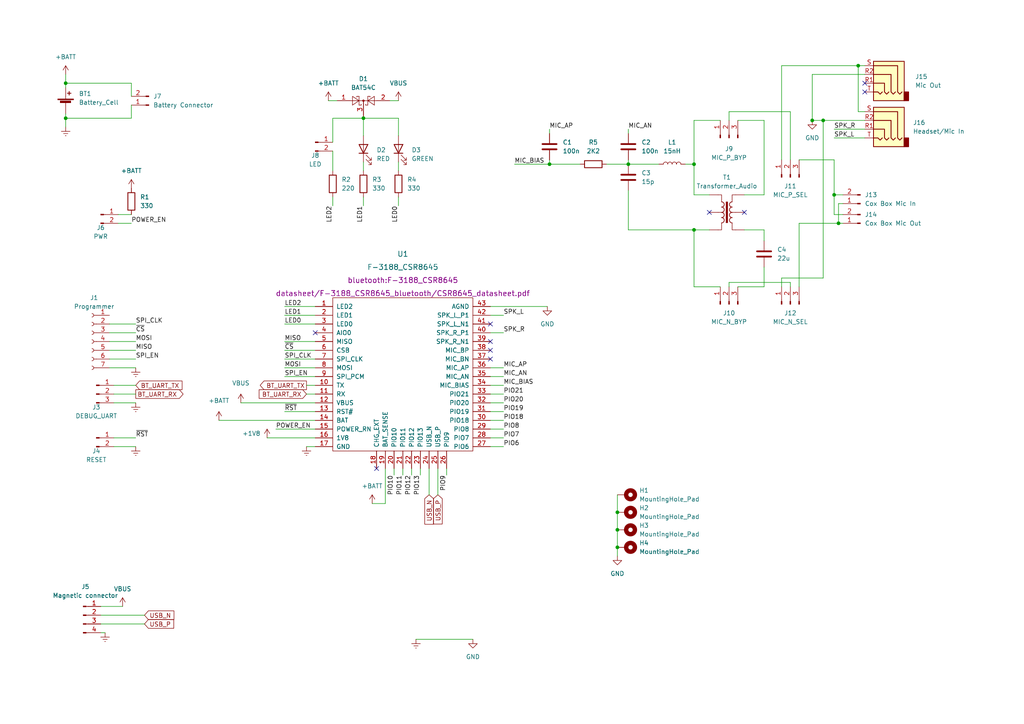
<source format=kicad_sch>
(kicad_sch (version 20211123) (generator eeschema)

  (uuid 5405ff70-b45e-4b73-9889-fbb9cf64560f)

  (paper "A4")

  (lib_symbols
    (symbol "Connector:AudioJack4" (in_bom yes) (on_board yes)
      (property "Reference" "J" (id 0) (at 0 8.89 0)
        (effects (font (size 1.27 1.27)))
      )
      (property "Value" "AudioJack4" (id 1) (at 0 6.35 0)
        (effects (font (size 1.27 1.27)))
      )
      (property "Footprint" "" (id 2) (at 0 0 0)
        (effects (font (size 1.27 1.27)) hide)
      )
      (property "Datasheet" "~" (id 3) (at 0 0 0)
        (effects (font (size 1.27 1.27)) hide)
      )
      (property "ki_keywords" "audio jack receptacle stereo headphones TRRS connector" (id 4) (at 0 0 0)
        (effects (font (size 1.27 1.27)) hide)
      )
      (property "ki_description" "Audio Jack, 4 Poles (TRRS)" (id 5) (at 0 0 0)
        (effects (font (size 1.27 1.27)) hide)
      )
      (property "ki_fp_filters" "Jack*" (id 6) (at 0 0 0)
        (effects (font (size 1.27 1.27)) hide)
      )
      (symbol "AudioJack4_0_1"
        (rectangle (start -6.35 -5.08) (end -7.62 -7.62)
          (stroke (width 0.254) (type default) (color 0 0 0 0))
          (fill (type outline))
        )
        (polyline
          (pts
            (xy 0 -5.08)
            (xy 0.635 -5.715)
            (xy 1.27 -5.08)
            (xy 2.54 -5.08)
          )
          (stroke (width 0.254) (type default) (color 0 0 0 0))
          (fill (type none))
        )
        (polyline
          (pts
            (xy -5.715 -5.08)
            (xy -5.08 -5.715)
            (xy -4.445 -5.08)
            (xy -4.445 2.54)
            (xy 2.54 2.54)
          )
          (stroke (width 0.254) (type default) (color 0 0 0 0))
          (fill (type none))
        )
        (polyline
          (pts
            (xy -1.905 -5.08)
            (xy -1.27 -5.715)
            (xy -0.635 -5.08)
            (xy -0.635 -2.54)
            (xy 2.54 -2.54)
          )
          (stroke (width 0.254) (type default) (color 0 0 0 0))
          (fill (type none))
        )
        (polyline
          (pts
            (xy 2.54 0)
            (xy -2.54 0)
            (xy -2.54 -5.08)
            (xy -3.175 -5.715)
            (xy -3.81 -5.08)
          )
          (stroke (width 0.254) (type default) (color 0 0 0 0))
          (fill (type none))
        )
        (rectangle (start 2.54 3.81) (end -6.35 -7.62)
          (stroke (width 0.254) (type default) (color 0 0 0 0))
          (fill (type background))
        )
      )
      (symbol "AudioJack4_1_1"
        (pin passive line (at 5.08 -2.54 180) (length 2.54)
          (name "~" (effects (font (size 1.27 1.27))))
          (number "R1" (effects (font (size 1.27 1.27))))
        )
        (pin passive line (at 5.08 0 180) (length 2.54)
          (name "~" (effects (font (size 1.27 1.27))))
          (number "R2" (effects (font (size 1.27 1.27))))
        )
        (pin passive line (at 5.08 2.54 180) (length 2.54)
          (name "~" (effects (font (size 1.27 1.27))))
          (number "S" (effects (font (size 1.27 1.27))))
        )
        (pin passive line (at 5.08 -5.08 180) (length 2.54)
          (name "~" (effects (font (size 1.27 1.27))))
          (number "T" (effects (font (size 1.27 1.27))))
        )
      )
    )
    (symbol "Connector:Conn_01x02_Male" (pin_names (offset 1.016) hide) (in_bom yes) (on_board yes)
      (property "Reference" "J" (id 0) (at 0 2.54 0)
        (effects (font (size 1.27 1.27)))
      )
      (property "Value" "Conn_01x02_Male" (id 1) (at 0 -5.08 0)
        (effects (font (size 1.27 1.27)))
      )
      (property "Footprint" "" (id 2) (at 0 0 0)
        (effects (font (size 1.27 1.27)) hide)
      )
      (property "Datasheet" "~" (id 3) (at 0 0 0)
        (effects (font (size 1.27 1.27)) hide)
      )
      (property "ki_keywords" "connector" (id 4) (at 0 0 0)
        (effects (font (size 1.27 1.27)) hide)
      )
      (property "ki_description" "Generic connector, single row, 01x02, script generated (kicad-library-utils/schlib/autogen/connector/)" (id 5) (at 0 0 0)
        (effects (font (size 1.27 1.27)) hide)
      )
      (property "ki_fp_filters" "Connector*:*_1x??_*" (id 6) (at 0 0 0)
        (effects (font (size 1.27 1.27)) hide)
      )
      (symbol "Conn_01x02_Male_1_1"
        (polyline
          (pts
            (xy 1.27 -2.54)
            (xy 0.8636 -2.54)
          )
          (stroke (width 0.1524) (type default) (color 0 0 0 0))
          (fill (type none))
        )
        (polyline
          (pts
            (xy 1.27 0)
            (xy 0.8636 0)
          )
          (stroke (width 0.1524) (type default) (color 0 0 0 0))
          (fill (type none))
        )
        (rectangle (start 0.8636 -2.413) (end 0 -2.667)
          (stroke (width 0.1524) (type default) (color 0 0 0 0))
          (fill (type outline))
        )
        (rectangle (start 0.8636 0.127) (end 0 -0.127)
          (stroke (width 0.1524) (type default) (color 0 0 0 0))
          (fill (type outline))
        )
        (pin passive line (at 5.08 0 180) (length 3.81)
          (name "Pin_1" (effects (font (size 1.27 1.27))))
          (number "1" (effects (font (size 1.27 1.27))))
        )
        (pin passive line (at 5.08 -2.54 180) (length 3.81)
          (name "Pin_2" (effects (font (size 1.27 1.27))))
          (number "2" (effects (font (size 1.27 1.27))))
        )
      )
    )
    (symbol "Connector:Conn_01x03_Male" (pin_names (offset 1.016) hide) (in_bom yes) (on_board yes)
      (property "Reference" "J" (id 0) (at 0 5.08 0)
        (effects (font (size 1.27 1.27)))
      )
      (property "Value" "Conn_01x03_Male" (id 1) (at 0 -5.08 0)
        (effects (font (size 1.27 1.27)))
      )
      (property "Footprint" "" (id 2) (at 0 0 0)
        (effects (font (size 1.27 1.27)) hide)
      )
      (property "Datasheet" "~" (id 3) (at 0 0 0)
        (effects (font (size 1.27 1.27)) hide)
      )
      (property "ki_keywords" "connector" (id 4) (at 0 0 0)
        (effects (font (size 1.27 1.27)) hide)
      )
      (property "ki_description" "Generic connector, single row, 01x03, script generated (kicad-library-utils/schlib/autogen/connector/)" (id 5) (at 0 0 0)
        (effects (font (size 1.27 1.27)) hide)
      )
      (property "ki_fp_filters" "Connector*:*_1x??_*" (id 6) (at 0 0 0)
        (effects (font (size 1.27 1.27)) hide)
      )
      (symbol "Conn_01x03_Male_1_1"
        (polyline
          (pts
            (xy 1.27 -2.54)
            (xy 0.8636 -2.54)
          )
          (stroke (width 0.1524) (type default) (color 0 0 0 0))
          (fill (type none))
        )
        (polyline
          (pts
            (xy 1.27 0)
            (xy 0.8636 0)
          )
          (stroke (width 0.1524) (type default) (color 0 0 0 0))
          (fill (type none))
        )
        (polyline
          (pts
            (xy 1.27 2.54)
            (xy 0.8636 2.54)
          )
          (stroke (width 0.1524) (type default) (color 0 0 0 0))
          (fill (type none))
        )
        (rectangle (start 0.8636 -2.413) (end 0 -2.667)
          (stroke (width 0.1524) (type default) (color 0 0 0 0))
          (fill (type outline))
        )
        (rectangle (start 0.8636 0.127) (end 0 -0.127)
          (stroke (width 0.1524) (type default) (color 0 0 0 0))
          (fill (type outline))
        )
        (rectangle (start 0.8636 2.667) (end 0 2.413)
          (stroke (width 0.1524) (type default) (color 0 0 0 0))
          (fill (type outline))
        )
        (pin passive line (at 5.08 2.54 180) (length 3.81)
          (name "Pin_1" (effects (font (size 1.27 1.27))))
          (number "1" (effects (font (size 1.27 1.27))))
        )
        (pin passive line (at 5.08 0 180) (length 3.81)
          (name "Pin_2" (effects (font (size 1.27 1.27))))
          (number "2" (effects (font (size 1.27 1.27))))
        )
        (pin passive line (at 5.08 -2.54 180) (length 3.81)
          (name "Pin_3" (effects (font (size 1.27 1.27))))
          (number "3" (effects (font (size 1.27 1.27))))
        )
      )
    )
    (symbol "Connector:Conn_01x04_Male" (pin_names (offset 1.016) hide) (in_bom yes) (on_board yes)
      (property "Reference" "J" (id 0) (at 0 5.08 0)
        (effects (font (size 1.27 1.27)))
      )
      (property "Value" "Conn_01x04_Male" (id 1) (at 0 -7.62 0)
        (effects (font (size 1.27 1.27)))
      )
      (property "Footprint" "" (id 2) (at 0 0 0)
        (effects (font (size 1.27 1.27)) hide)
      )
      (property "Datasheet" "~" (id 3) (at 0 0 0)
        (effects (font (size 1.27 1.27)) hide)
      )
      (property "ki_keywords" "connector" (id 4) (at 0 0 0)
        (effects (font (size 1.27 1.27)) hide)
      )
      (property "ki_description" "Generic connector, single row, 01x04, script generated (kicad-library-utils/schlib/autogen/connector/)" (id 5) (at 0 0 0)
        (effects (font (size 1.27 1.27)) hide)
      )
      (property "ki_fp_filters" "Connector*:*_1x??_*" (id 6) (at 0 0 0)
        (effects (font (size 1.27 1.27)) hide)
      )
      (symbol "Conn_01x04_Male_1_1"
        (polyline
          (pts
            (xy 1.27 -5.08)
            (xy 0.8636 -5.08)
          )
          (stroke (width 0.1524) (type default) (color 0 0 0 0))
          (fill (type none))
        )
        (polyline
          (pts
            (xy 1.27 -2.54)
            (xy 0.8636 -2.54)
          )
          (stroke (width 0.1524) (type default) (color 0 0 0 0))
          (fill (type none))
        )
        (polyline
          (pts
            (xy 1.27 0)
            (xy 0.8636 0)
          )
          (stroke (width 0.1524) (type default) (color 0 0 0 0))
          (fill (type none))
        )
        (polyline
          (pts
            (xy 1.27 2.54)
            (xy 0.8636 2.54)
          )
          (stroke (width 0.1524) (type default) (color 0 0 0 0))
          (fill (type none))
        )
        (rectangle (start 0.8636 -4.953) (end 0 -5.207)
          (stroke (width 0.1524) (type default) (color 0 0 0 0))
          (fill (type outline))
        )
        (rectangle (start 0.8636 -2.413) (end 0 -2.667)
          (stroke (width 0.1524) (type default) (color 0 0 0 0))
          (fill (type outline))
        )
        (rectangle (start 0.8636 0.127) (end 0 -0.127)
          (stroke (width 0.1524) (type default) (color 0 0 0 0))
          (fill (type outline))
        )
        (rectangle (start 0.8636 2.667) (end 0 2.413)
          (stroke (width 0.1524) (type default) (color 0 0 0 0))
          (fill (type outline))
        )
        (pin passive line (at 5.08 2.54 180) (length 3.81)
          (name "Pin_1" (effects (font (size 1.27 1.27))))
          (number "1" (effects (font (size 1.27 1.27))))
        )
        (pin passive line (at 5.08 0 180) (length 3.81)
          (name "Pin_2" (effects (font (size 1.27 1.27))))
          (number "2" (effects (font (size 1.27 1.27))))
        )
        (pin passive line (at 5.08 -2.54 180) (length 3.81)
          (name "Pin_3" (effects (font (size 1.27 1.27))))
          (number "3" (effects (font (size 1.27 1.27))))
        )
        (pin passive line (at 5.08 -5.08 180) (length 3.81)
          (name "Pin_4" (effects (font (size 1.27 1.27))))
          (number "4" (effects (font (size 1.27 1.27))))
        )
      )
    )
    (symbol "Connector:Conn_01x07_Female" (pin_names (offset 1.016) hide) (in_bom yes) (on_board yes)
      (property "Reference" "J" (id 0) (at 0 10.16 0)
        (effects (font (size 1.27 1.27)))
      )
      (property "Value" "Conn_01x07_Female" (id 1) (at 0 -10.16 0)
        (effects (font (size 1.27 1.27)))
      )
      (property "Footprint" "" (id 2) (at 0 0 0)
        (effects (font (size 1.27 1.27)) hide)
      )
      (property "Datasheet" "~" (id 3) (at 0 0 0)
        (effects (font (size 1.27 1.27)) hide)
      )
      (property "ki_keywords" "connector" (id 4) (at 0 0 0)
        (effects (font (size 1.27 1.27)) hide)
      )
      (property "ki_description" "Generic connector, single row, 01x07, script generated (kicad-library-utils/schlib/autogen/connector/)" (id 5) (at 0 0 0)
        (effects (font (size 1.27 1.27)) hide)
      )
      (property "ki_fp_filters" "Connector*:*_1x??_*" (id 6) (at 0 0 0)
        (effects (font (size 1.27 1.27)) hide)
      )
      (symbol "Conn_01x07_Female_1_1"
        (arc (start 0 -7.112) (mid -0.508 -7.62) (end 0 -8.128)
          (stroke (width 0.1524) (type default) (color 0 0 0 0))
          (fill (type none))
        )
        (arc (start 0 -4.572) (mid -0.508 -5.08) (end 0 -5.588)
          (stroke (width 0.1524) (type default) (color 0 0 0 0))
          (fill (type none))
        )
        (arc (start 0 -2.032) (mid -0.508 -2.54) (end 0 -3.048)
          (stroke (width 0.1524) (type default) (color 0 0 0 0))
          (fill (type none))
        )
        (polyline
          (pts
            (xy -1.27 -7.62)
            (xy -0.508 -7.62)
          )
          (stroke (width 0.1524) (type default) (color 0 0 0 0))
          (fill (type none))
        )
        (polyline
          (pts
            (xy -1.27 -5.08)
            (xy -0.508 -5.08)
          )
          (stroke (width 0.1524) (type default) (color 0 0 0 0))
          (fill (type none))
        )
        (polyline
          (pts
            (xy -1.27 -2.54)
            (xy -0.508 -2.54)
          )
          (stroke (width 0.1524) (type default) (color 0 0 0 0))
          (fill (type none))
        )
        (polyline
          (pts
            (xy -1.27 0)
            (xy -0.508 0)
          )
          (stroke (width 0.1524) (type default) (color 0 0 0 0))
          (fill (type none))
        )
        (polyline
          (pts
            (xy -1.27 2.54)
            (xy -0.508 2.54)
          )
          (stroke (width 0.1524) (type default) (color 0 0 0 0))
          (fill (type none))
        )
        (polyline
          (pts
            (xy -1.27 5.08)
            (xy -0.508 5.08)
          )
          (stroke (width 0.1524) (type default) (color 0 0 0 0))
          (fill (type none))
        )
        (polyline
          (pts
            (xy -1.27 7.62)
            (xy -0.508 7.62)
          )
          (stroke (width 0.1524) (type default) (color 0 0 0 0))
          (fill (type none))
        )
        (arc (start 0 0.508) (mid -0.508 0) (end 0 -0.508)
          (stroke (width 0.1524) (type default) (color 0 0 0 0))
          (fill (type none))
        )
        (arc (start 0 3.048) (mid -0.508 2.54) (end 0 2.032)
          (stroke (width 0.1524) (type default) (color 0 0 0 0))
          (fill (type none))
        )
        (arc (start 0 5.588) (mid -0.508 5.08) (end 0 4.572)
          (stroke (width 0.1524) (type default) (color 0 0 0 0))
          (fill (type none))
        )
        (arc (start 0 8.128) (mid -0.508 7.62) (end 0 7.112)
          (stroke (width 0.1524) (type default) (color 0 0 0 0))
          (fill (type none))
        )
        (pin passive line (at -5.08 7.62 0) (length 3.81)
          (name "Pin_1" (effects (font (size 1.27 1.27))))
          (number "1" (effects (font (size 1.27 1.27))))
        )
        (pin passive line (at -5.08 5.08 0) (length 3.81)
          (name "Pin_2" (effects (font (size 1.27 1.27))))
          (number "2" (effects (font (size 1.27 1.27))))
        )
        (pin passive line (at -5.08 2.54 0) (length 3.81)
          (name "Pin_3" (effects (font (size 1.27 1.27))))
          (number "3" (effects (font (size 1.27 1.27))))
        )
        (pin passive line (at -5.08 0 0) (length 3.81)
          (name "Pin_4" (effects (font (size 1.27 1.27))))
          (number "4" (effects (font (size 1.27 1.27))))
        )
        (pin passive line (at -5.08 -2.54 0) (length 3.81)
          (name "Pin_5" (effects (font (size 1.27 1.27))))
          (number "5" (effects (font (size 1.27 1.27))))
        )
        (pin passive line (at -5.08 -5.08 0) (length 3.81)
          (name "Pin_6" (effects (font (size 1.27 1.27))))
          (number "6" (effects (font (size 1.27 1.27))))
        )
        (pin passive line (at -5.08 -7.62 0) (length 3.81)
          (name "Pin_7" (effects (font (size 1.27 1.27))))
          (number "7" (effects (font (size 1.27 1.27))))
        )
      )
    )
    (symbol "Device:Battery_Cell" (pin_numbers hide) (pin_names (offset 0) hide) (in_bom yes) (on_board yes)
      (property "Reference" "BT" (id 0) (at 2.54 2.54 0)
        (effects (font (size 1.27 1.27)) (justify left))
      )
      (property "Value" "Battery_Cell" (id 1) (at 2.54 0 0)
        (effects (font (size 1.27 1.27)) (justify left))
      )
      (property "Footprint" "" (id 2) (at 0 1.524 90)
        (effects (font (size 1.27 1.27)) hide)
      )
      (property "Datasheet" "~" (id 3) (at 0 1.524 90)
        (effects (font (size 1.27 1.27)) hide)
      )
      (property "ki_keywords" "battery cell" (id 4) (at 0 0 0)
        (effects (font (size 1.27 1.27)) hide)
      )
      (property "ki_description" "Single-cell battery" (id 5) (at 0 0 0)
        (effects (font (size 1.27 1.27)) hide)
      )
      (symbol "Battery_Cell_0_1"
        (rectangle (start -2.286 1.778) (end 2.286 1.524)
          (stroke (width 0) (type default) (color 0 0 0 0))
          (fill (type outline))
        )
        (rectangle (start -1.5748 1.1938) (end 1.4732 0.6858)
          (stroke (width 0) (type default) (color 0 0 0 0))
          (fill (type outline))
        )
        (polyline
          (pts
            (xy 0 0.762)
            (xy 0 0)
          )
          (stroke (width 0) (type default) (color 0 0 0 0))
          (fill (type none))
        )
        (polyline
          (pts
            (xy 0 1.778)
            (xy 0 2.54)
          )
          (stroke (width 0) (type default) (color 0 0 0 0))
          (fill (type none))
        )
        (polyline
          (pts
            (xy 0.508 3.429)
            (xy 1.524 3.429)
          )
          (stroke (width 0.254) (type default) (color 0 0 0 0))
          (fill (type none))
        )
        (polyline
          (pts
            (xy 1.016 3.937)
            (xy 1.016 2.921)
          )
          (stroke (width 0.254) (type default) (color 0 0 0 0))
          (fill (type none))
        )
      )
      (symbol "Battery_Cell_1_1"
        (pin passive line (at 0 5.08 270) (length 2.54)
          (name "+" (effects (font (size 1.27 1.27))))
          (number "1" (effects (font (size 1.27 1.27))))
        )
        (pin passive line (at 0 -2.54 90) (length 2.54)
          (name "-" (effects (font (size 1.27 1.27))))
          (number "2" (effects (font (size 1.27 1.27))))
        )
      )
    )
    (symbol "Device:C" (pin_numbers hide) (pin_names (offset 0.254)) (in_bom yes) (on_board yes)
      (property "Reference" "C" (id 0) (at 0.635 2.54 0)
        (effects (font (size 1.27 1.27)) (justify left))
      )
      (property "Value" "C" (id 1) (at 0.635 -2.54 0)
        (effects (font (size 1.27 1.27)) (justify left))
      )
      (property "Footprint" "" (id 2) (at 0.9652 -3.81 0)
        (effects (font (size 1.27 1.27)) hide)
      )
      (property "Datasheet" "~" (id 3) (at 0 0 0)
        (effects (font (size 1.27 1.27)) hide)
      )
      (property "ki_keywords" "cap capacitor" (id 4) (at 0 0 0)
        (effects (font (size 1.27 1.27)) hide)
      )
      (property "ki_description" "Unpolarized capacitor" (id 5) (at 0 0 0)
        (effects (font (size 1.27 1.27)) hide)
      )
      (property "ki_fp_filters" "C_*" (id 6) (at 0 0 0)
        (effects (font (size 1.27 1.27)) hide)
      )
      (symbol "C_0_1"
        (polyline
          (pts
            (xy -2.032 -0.762)
            (xy 2.032 -0.762)
          )
          (stroke (width 0.508) (type default) (color 0 0 0 0))
          (fill (type none))
        )
        (polyline
          (pts
            (xy -2.032 0.762)
            (xy 2.032 0.762)
          )
          (stroke (width 0.508) (type default) (color 0 0 0 0))
          (fill (type none))
        )
      )
      (symbol "C_1_1"
        (pin passive line (at 0 3.81 270) (length 2.794)
          (name "~" (effects (font (size 1.27 1.27))))
          (number "1" (effects (font (size 1.27 1.27))))
        )
        (pin passive line (at 0 -3.81 90) (length 2.794)
          (name "~" (effects (font (size 1.27 1.27))))
          (number "2" (effects (font (size 1.27 1.27))))
        )
      )
    )
    (symbol "Device:L" (pin_numbers hide) (pin_names (offset 1.016) hide) (in_bom yes) (on_board yes)
      (property "Reference" "L" (id 0) (at -1.27 0 90)
        (effects (font (size 1.27 1.27)))
      )
      (property "Value" "L" (id 1) (at 1.905 0 90)
        (effects (font (size 1.27 1.27)))
      )
      (property "Footprint" "" (id 2) (at 0 0 0)
        (effects (font (size 1.27 1.27)) hide)
      )
      (property "Datasheet" "~" (id 3) (at 0 0 0)
        (effects (font (size 1.27 1.27)) hide)
      )
      (property "ki_keywords" "inductor choke coil reactor magnetic" (id 4) (at 0 0 0)
        (effects (font (size 1.27 1.27)) hide)
      )
      (property "ki_description" "Inductor" (id 5) (at 0 0 0)
        (effects (font (size 1.27 1.27)) hide)
      )
      (property "ki_fp_filters" "Choke_* *Coil* Inductor_* L_*" (id 6) (at 0 0 0)
        (effects (font (size 1.27 1.27)) hide)
      )
      (symbol "L_0_1"
        (arc (start 0 -2.54) (mid 0.635 -1.905) (end 0 -1.27)
          (stroke (width 0) (type default) (color 0 0 0 0))
          (fill (type none))
        )
        (arc (start 0 -1.27) (mid 0.635 -0.635) (end 0 0)
          (stroke (width 0) (type default) (color 0 0 0 0))
          (fill (type none))
        )
        (arc (start 0 0) (mid 0.635 0.635) (end 0 1.27)
          (stroke (width 0) (type default) (color 0 0 0 0))
          (fill (type none))
        )
        (arc (start 0 1.27) (mid 0.635 1.905) (end 0 2.54)
          (stroke (width 0) (type default) (color 0 0 0 0))
          (fill (type none))
        )
      )
      (symbol "L_1_1"
        (pin passive line (at 0 3.81 270) (length 1.27)
          (name "1" (effects (font (size 1.27 1.27))))
          (number "1" (effects (font (size 1.27 1.27))))
        )
        (pin passive line (at 0 -3.81 90) (length 1.27)
          (name "2" (effects (font (size 1.27 1.27))))
          (number "2" (effects (font (size 1.27 1.27))))
        )
      )
    )
    (symbol "Device:LED" (pin_numbers hide) (pin_names (offset 1.016) hide) (in_bom yes) (on_board yes)
      (property "Reference" "D" (id 0) (at 0 2.54 0)
        (effects (font (size 1.27 1.27)))
      )
      (property "Value" "LED" (id 1) (at 0 -2.54 0)
        (effects (font (size 1.27 1.27)))
      )
      (property "Footprint" "" (id 2) (at 0 0 0)
        (effects (font (size 1.27 1.27)) hide)
      )
      (property "Datasheet" "~" (id 3) (at 0 0 0)
        (effects (font (size 1.27 1.27)) hide)
      )
      (property "ki_keywords" "LED diode" (id 4) (at 0 0 0)
        (effects (font (size 1.27 1.27)) hide)
      )
      (property "ki_description" "Light emitting diode" (id 5) (at 0 0 0)
        (effects (font (size 1.27 1.27)) hide)
      )
      (property "ki_fp_filters" "LED* LED_SMD:* LED_THT:*" (id 6) (at 0 0 0)
        (effects (font (size 1.27 1.27)) hide)
      )
      (symbol "LED_0_1"
        (polyline
          (pts
            (xy -1.27 -1.27)
            (xy -1.27 1.27)
          )
          (stroke (width 0.254) (type default) (color 0 0 0 0))
          (fill (type none))
        )
        (polyline
          (pts
            (xy -1.27 0)
            (xy 1.27 0)
          )
          (stroke (width 0) (type default) (color 0 0 0 0))
          (fill (type none))
        )
        (polyline
          (pts
            (xy 1.27 -1.27)
            (xy 1.27 1.27)
            (xy -1.27 0)
            (xy 1.27 -1.27)
          )
          (stroke (width 0.254) (type default) (color 0 0 0 0))
          (fill (type none))
        )
        (polyline
          (pts
            (xy -3.048 -0.762)
            (xy -4.572 -2.286)
            (xy -3.81 -2.286)
            (xy -4.572 -2.286)
            (xy -4.572 -1.524)
          )
          (stroke (width 0) (type default) (color 0 0 0 0))
          (fill (type none))
        )
        (polyline
          (pts
            (xy -1.778 -0.762)
            (xy -3.302 -2.286)
            (xy -2.54 -2.286)
            (xy -3.302 -2.286)
            (xy -3.302 -1.524)
          )
          (stroke (width 0) (type default) (color 0 0 0 0))
          (fill (type none))
        )
      )
      (symbol "LED_1_1"
        (pin passive line (at -3.81 0 0) (length 2.54)
          (name "K" (effects (font (size 1.27 1.27))))
          (number "1" (effects (font (size 1.27 1.27))))
        )
        (pin passive line (at 3.81 0 180) (length 2.54)
          (name "A" (effects (font (size 1.27 1.27))))
          (number "2" (effects (font (size 1.27 1.27))))
        )
      )
    )
    (symbol "Device:R" (pin_numbers hide) (pin_names (offset 0)) (in_bom yes) (on_board yes)
      (property "Reference" "R" (id 0) (at 2.032 0 90)
        (effects (font (size 1.27 1.27)))
      )
      (property "Value" "R" (id 1) (at 0 0 90)
        (effects (font (size 1.27 1.27)))
      )
      (property "Footprint" "" (id 2) (at -1.778 0 90)
        (effects (font (size 1.27 1.27)) hide)
      )
      (property "Datasheet" "~" (id 3) (at 0 0 0)
        (effects (font (size 1.27 1.27)) hide)
      )
      (property "ki_keywords" "R res resistor" (id 4) (at 0 0 0)
        (effects (font (size 1.27 1.27)) hide)
      )
      (property "ki_description" "Resistor" (id 5) (at 0 0 0)
        (effects (font (size 1.27 1.27)) hide)
      )
      (property "ki_fp_filters" "R_*" (id 6) (at 0 0 0)
        (effects (font (size 1.27 1.27)) hide)
      )
      (symbol "R_0_1"
        (rectangle (start -1.016 -2.54) (end 1.016 2.54)
          (stroke (width 0.254) (type default) (color 0 0 0 0))
          (fill (type none))
        )
      )
      (symbol "R_1_1"
        (pin passive line (at 0 3.81 270) (length 1.27)
          (name "~" (effects (font (size 1.27 1.27))))
          (number "1" (effects (font (size 1.27 1.27))))
        )
        (pin passive line (at 0 -3.81 90) (length 1.27)
          (name "~" (effects (font (size 1.27 1.27))))
          (number "2" (effects (font (size 1.27 1.27))))
        )
      )
    )
    (symbol "Diode:BAT54C" (pin_names (offset 1.016)) (in_bom yes) (on_board yes)
      (property "Reference" "D" (id 0) (at 0.635 -3.81 0)
        (effects (font (size 1.27 1.27)) (justify left))
      )
      (property "Value" "BAT54C" (id 1) (at -6.35 3.175 0)
        (effects (font (size 1.27 1.27)) (justify left))
      )
      (property "Footprint" "Package_TO_SOT_SMD:SOT-23" (id 2) (at 1.905 3.175 0)
        (effects (font (size 1.27 1.27)) (justify left) hide)
      )
      (property "Datasheet" "http://www.diodes.com/_files/datasheets/ds11005.pdf" (id 3) (at -2.032 0 0)
        (effects (font (size 1.27 1.27)) hide)
      )
      (property "ki_keywords" "schottky diode common cathode" (id 4) (at 0 0 0)
        (effects (font (size 1.27 1.27)) hide)
      )
      (property "ki_description" "dual schottky barrier diode, common cathode" (id 5) (at 0 0 0)
        (effects (font (size 1.27 1.27)) hide)
      )
      (property "ki_fp_filters" "SOT?23*" (id 6) (at 0 0 0)
        (effects (font (size 1.27 1.27)) hide)
      )
      (symbol "BAT54C_0_1"
        (polyline
          (pts
            (xy -1.905 0)
            (xy 1.905 0)
          )
          (stroke (width 0) (type default) (color 0 0 0 0))
          (fill (type none))
        )
        (polyline
          (pts
            (xy -1.905 1.27)
            (xy -1.905 1.016)
          )
          (stroke (width 0) (type default) (color 0 0 0 0))
          (fill (type none))
        )
        (polyline
          (pts
            (xy -1.27 -1.27)
            (xy -0.635 -1.27)
          )
          (stroke (width 0) (type default) (color 0 0 0 0))
          (fill (type none))
        )
        (polyline
          (pts
            (xy -1.27 0)
            (xy -3.81 0)
          )
          (stroke (width 0) (type default) (color 0 0 0 0))
          (fill (type none))
        )
        (polyline
          (pts
            (xy -1.27 1.27)
            (xy -1.905 1.27)
          )
          (stroke (width 0) (type default) (color 0 0 0 0))
          (fill (type none))
        )
        (polyline
          (pts
            (xy -1.27 1.27)
            (xy -1.27 -1.27)
          )
          (stroke (width 0) (type default) (color 0 0 0 0))
          (fill (type none))
        )
        (polyline
          (pts
            (xy -0.635 -1.27)
            (xy -0.635 -1.016)
          )
          (stroke (width 0) (type default) (color 0 0 0 0))
          (fill (type none))
        )
        (polyline
          (pts
            (xy 0.635 -1.27)
            (xy 0.635 -1.016)
          )
          (stroke (width 0) (type default) (color 0 0 0 0))
          (fill (type none))
        )
        (polyline
          (pts
            (xy 1.27 -1.27)
            (xy 0.635 -1.27)
          )
          (stroke (width 0) (type default) (color 0 0 0 0))
          (fill (type none))
        )
        (polyline
          (pts
            (xy 1.27 1.27)
            (xy 1.27 -1.27)
          )
          (stroke (width 0) (type default) (color 0 0 0 0))
          (fill (type none))
        )
        (polyline
          (pts
            (xy 1.27 1.27)
            (xy 1.905 1.27)
          )
          (stroke (width 0) (type default) (color 0 0 0 0))
          (fill (type none))
        )
        (polyline
          (pts
            (xy 1.905 1.27)
            (xy 1.905 1.016)
          )
          (stroke (width 0) (type default) (color 0 0 0 0))
          (fill (type none))
        )
        (polyline
          (pts
            (xy 3.81 0)
            (xy 1.27 0)
          )
          (stroke (width 0) (type default) (color 0 0 0 0))
          (fill (type none))
        )
        (polyline
          (pts
            (xy -3.175 -1.27)
            (xy -3.175 1.27)
            (xy -1.27 0)
            (xy -3.175 -1.27)
          )
          (stroke (width 0) (type default) (color 0 0 0 0))
          (fill (type none))
        )
        (polyline
          (pts
            (xy 3.175 -1.27)
            (xy 3.175 1.27)
            (xy 1.27 0)
            (xy 3.175 -1.27)
          )
          (stroke (width 0) (type default) (color 0 0 0 0))
          (fill (type none))
        )
        (circle (center 0 0) (radius 0.254)
          (stroke (width 0) (type default) (color 0 0 0 0))
          (fill (type outline))
        )
      )
      (symbol "BAT54C_1_1"
        (pin passive line (at -7.62 0 0) (length 3.81)
          (name "~" (effects (font (size 1.27 1.27))))
          (number "1" (effects (font (size 1.27 1.27))))
        )
        (pin passive line (at 7.62 0 180) (length 3.81)
          (name "~" (effects (font (size 1.27 1.27))))
          (number "2" (effects (font (size 1.27 1.27))))
        )
        (pin passive line (at 0 -5.08 90) (length 5.08)
          (name "~" (effects (font (size 1.27 1.27))))
          (number "3" (effects (font (size 1.27 1.27))))
        )
      )
    )
    (symbol "F-3188_CSR8645:F-3188_CSR8645" (pin_names (offset 1.016)) (in_bom yes) (on_board yes)
      (property "Reference" "U" (id 0) (at -2.54 10.16 0)
        (effects (font (size 1.524 1.524)))
      )
      (property "Value" "F-3188_CSR8645" (id 1) (at -6.35 38.1 0)
        (effects (font (size 1.524 1.524)))
      )
      (property "Footprint" "" (id 2) (at 0 -43.18 0)
        (effects (font (size 1.524 1.524)))
      )
      (property "Datasheet" "datasheet/F-3188_CSR8645_bluetooth/CSR8645_datasheet.pdf" (id 3) (at 0 -43.18 0)
        (effects (font (size 1.524 1.524)))
      )
      (property "ki_keywords" "HFPV1.6, A2DPV1.2, AVRCPV1.4 , HSPV1.2, CSR8645, APTX" (id 4) (at 0 0 0)
        (effects (font (size 1.27 1.27)) hide)
      )
      (property "ki_description" "AD2P bluetooth 4.0 module based on CSR8645 chip with APTX" (id 5) (at 0 0 0)
        (effects (font (size 1.27 1.27)) hide)
      )
      (property "ki_fp_filters" "F-3188" (id 6) (at 0 0 0)
        (effects (font (size 1.27 1.27)) hide)
      )
      (symbol "F-3188_CSR8645_0_1"
        (rectangle (start -25.4 -2.54) (end 15.24 41.91)
          (stroke (width 0) (type default) (color 0 0 0 0))
          (fill (type none))
        )
      )
      (symbol "F-3188_CSR8645_1_1"
        (pin input line (at -30.48 39.37 0) (length 5.08)
          (name "LED2" (effects (font (size 1.27 1.27))))
          (number "1" (effects (font (size 1.27 1.27))))
        )
        (pin input line (at -30.48 16.51 0) (length 5.08)
          (name "TX" (effects (font (size 1.27 1.27))))
          (number "10" (effects (font (size 1.27 1.27))))
        )
        (pin input line (at -30.48 13.97 0) (length 5.08)
          (name "RX" (effects (font (size 1.27 1.27))))
          (number "11" (effects (font (size 1.27 1.27))))
        )
        (pin input line (at -30.48 11.43 0) (length 5.08)
          (name "VBUS" (effects (font (size 1.27 1.27))))
          (number "12" (effects (font (size 1.27 1.27))))
        )
        (pin input line (at -30.48 8.89 0) (length 5.08)
          (name "RST#" (effects (font (size 1.27 1.27))))
          (number "13" (effects (font (size 1.27 1.27))))
        )
        (pin input line (at -30.48 6.35 0) (length 5.08)
          (name "BAT" (effects (font (size 1.27 1.27))))
          (number "14" (effects (font (size 1.27 1.27))))
        )
        (pin input line (at -30.48 3.81 0) (length 5.08)
          (name "POWER_RN" (effects (font (size 1.27 1.27))))
          (number "15" (effects (font (size 1.27 1.27))))
        )
        (pin input line (at -30.48 1.27 0) (length 5.08)
          (name "1V8" (effects (font (size 1.27 1.27))))
          (number "16" (effects (font (size 1.27 1.27))))
        )
        (pin input line (at -30.48 -1.27 0) (length 5.08)
          (name "GND" (effects (font (size 1.27 1.27))))
          (number "17" (effects (font (size 1.27 1.27))))
        )
        (pin input line (at -12.7 -7.62 90) (length 5.08)
          (name "CHG_EXT" (effects (font (size 1.27 1.27))))
          (number "18" (effects (font (size 1.27 1.27))))
        )
        (pin input line (at -10.16 -7.62 90) (length 5.08)
          (name "BAT_SENSE" (effects (font (size 1.27 1.27))))
          (number "19" (effects (font (size 1.27 1.27))))
        )
        (pin input line (at -30.48 36.83 0) (length 5.08)
          (name "LED1" (effects (font (size 1.27 1.27))))
          (number "2" (effects (font (size 1.27 1.27))))
        )
        (pin input line (at -7.62 -7.62 90) (length 5.08)
          (name "PIO10" (effects (font (size 1.27 1.27))))
          (number "20" (effects (font (size 1.27 1.27))))
        )
        (pin input line (at -5.08 -7.62 90) (length 5.08)
          (name "PIO11" (effects (font (size 1.27 1.27))))
          (number "21" (effects (font (size 1.27 1.27))))
        )
        (pin input line (at -2.54 -7.62 90) (length 5.08)
          (name "PIO12" (effects (font (size 1.27 1.27))))
          (number "22" (effects (font (size 1.27 1.27))))
        )
        (pin input line (at 0 -7.62 90) (length 5.08)
          (name "PIO13" (effects (font (size 1.27 1.27))))
          (number "23" (effects (font (size 1.27 1.27))))
        )
        (pin input line (at 2.54 -7.62 90) (length 5.08)
          (name "USB_N" (effects (font (size 1.27 1.27))))
          (number "24" (effects (font (size 1.27 1.27))))
        )
        (pin input line (at 5.08 -7.62 90) (length 5.08)
          (name "USB_P" (effects (font (size 1.27 1.27))))
          (number "25" (effects (font (size 1.27 1.27))))
        )
        (pin input line (at 7.62 -7.62 90) (length 5.08)
          (name "PIO9" (effects (font (size 1.27 1.27))))
          (number "26" (effects (font (size 1.27 1.27))))
        )
        (pin input line (at 20.32 -1.27 180) (length 5.08)
          (name "PIO6" (effects (font (size 1.27 1.27))))
          (number "27" (effects (font (size 1.27 1.27))))
        )
        (pin input line (at 20.32 1.27 180) (length 5.08)
          (name "PIO7" (effects (font (size 1.27 1.27))))
          (number "28" (effects (font (size 1.27 1.27))))
        )
        (pin input line (at 20.32 3.81 180) (length 5.08)
          (name "PIO8" (effects (font (size 1.27 1.27))))
          (number "29" (effects (font (size 1.27 1.27))))
        )
        (pin input line (at -30.48 34.29 0) (length 5.08)
          (name "LED0" (effects (font (size 1.27 1.27))))
          (number "3" (effects (font (size 1.27 1.27))))
        )
        (pin input line (at 20.32 6.35 180) (length 5.08)
          (name "PIO18" (effects (font (size 1.27 1.27))))
          (number "30" (effects (font (size 1.27 1.27))))
        )
        (pin input line (at 20.32 8.89 180) (length 5.08)
          (name "PIO19" (effects (font (size 1.27 1.27))))
          (number "31" (effects (font (size 1.27 1.27))))
        )
        (pin input line (at 20.32 11.43 180) (length 5.08)
          (name "PIO20" (effects (font (size 1.27 1.27))))
          (number "32" (effects (font (size 1.27 1.27))))
        )
        (pin input line (at 20.32 13.97 180) (length 5.08)
          (name "PIO21" (effects (font (size 1.27 1.27))))
          (number "33" (effects (font (size 1.27 1.27))))
        )
        (pin input line (at 20.32 16.51 180) (length 5.08)
          (name "MIC_BIAS" (effects (font (size 1.27 1.27))))
          (number "34" (effects (font (size 1.27 1.27))))
        )
        (pin input line (at 20.32 19.05 180) (length 5.08)
          (name "MIC_AN" (effects (font (size 1.27 1.27))))
          (number "35" (effects (font (size 1.27 1.27))))
        )
        (pin input line (at 20.32 21.59 180) (length 5.08)
          (name "MIC_AP" (effects (font (size 1.27 1.27))))
          (number "36" (effects (font (size 1.27 1.27))))
        )
        (pin input line (at 20.32 24.13 180) (length 5.08)
          (name "MIC_BN" (effects (font (size 1.27 1.27))))
          (number "37" (effects (font (size 1.27 1.27))))
        )
        (pin input line (at 20.32 26.67 180) (length 5.08)
          (name "MIC_BP" (effects (font (size 1.27 1.27))))
          (number "38" (effects (font (size 1.27 1.27))))
        )
        (pin input line (at 20.32 29.21 180) (length 5.08)
          (name "SPK_R_N1" (effects (font (size 1.27 1.27))))
          (number "39" (effects (font (size 1.27 1.27))))
        )
        (pin input line (at -30.48 31.75 0) (length 5.08)
          (name "AIO0" (effects (font (size 1.27 1.27))))
          (number "4" (effects (font (size 1.27 1.27))))
        )
        (pin input line (at 20.32 31.75 180) (length 5.08)
          (name "SPK_R_P1" (effects (font (size 1.27 1.27))))
          (number "40" (effects (font (size 1.27 1.27))))
        )
        (pin input line (at 20.32 34.29 180) (length 5.08)
          (name "SPK_L_N1" (effects (font (size 1.27 1.27))))
          (number "41" (effects (font (size 1.27 1.27))))
        )
        (pin input line (at 20.32 36.83 180) (length 5.08)
          (name "SPK_L_P1" (effects (font (size 1.27 1.27))))
          (number "42" (effects (font (size 1.27 1.27))))
        )
        (pin input line (at 20.32 39.37 180) (length 5.08)
          (name "AGND" (effects (font (size 1.27 1.27))))
          (number "43" (effects (font (size 1.27 1.27))))
        )
        (pin input line (at -30.48 29.21 0) (length 5.08)
          (name "MISO" (effects (font (size 1.27 1.27))))
          (number "5" (effects (font (size 1.27 1.27))))
        )
        (pin input line (at -30.48 26.67 0) (length 5.08)
          (name "CSB" (effects (font (size 1.27 1.27))))
          (number "6" (effects (font (size 1.27 1.27))))
        )
        (pin input line (at -30.48 24.13 0) (length 5.08)
          (name "SPI_CLK" (effects (font (size 1.27 1.27))))
          (number "7" (effects (font (size 1.27 1.27))))
        )
        (pin input line (at -30.48 21.59 0) (length 5.08)
          (name "MOSI" (effects (font (size 1.27 1.27))))
          (number "8" (effects (font (size 1.27 1.27))))
        )
        (pin input line (at -30.48 19.05 0) (length 5.08)
          (name "SPI_PCM" (effects (font (size 1.27 1.27))))
          (number "9" (effects (font (size 1.27 1.27))))
        )
      )
    )
    (symbol "Mechanical:MountingHole_Pad" (pin_numbers hide) (pin_names (offset 1.016) hide) (in_bom yes) (on_board yes)
      (property "Reference" "H" (id 0) (at 0 6.35 0)
        (effects (font (size 1.27 1.27)))
      )
      (property "Value" "MountingHole_Pad" (id 1) (at 0 4.445 0)
        (effects (font (size 1.27 1.27)))
      )
      (property "Footprint" "" (id 2) (at 0 0 0)
        (effects (font (size 1.27 1.27)) hide)
      )
      (property "Datasheet" "~" (id 3) (at 0 0 0)
        (effects (font (size 1.27 1.27)) hide)
      )
      (property "ki_keywords" "mounting hole" (id 4) (at 0 0 0)
        (effects (font (size 1.27 1.27)) hide)
      )
      (property "ki_description" "Mounting Hole with connection" (id 5) (at 0 0 0)
        (effects (font (size 1.27 1.27)) hide)
      )
      (property "ki_fp_filters" "MountingHole*Pad*" (id 6) (at 0 0 0)
        (effects (font (size 1.27 1.27)) hide)
      )
      (symbol "MountingHole_Pad_0_1"
        (circle (center 0 1.27) (radius 1.27)
          (stroke (width 1.27) (type default) (color 0 0 0 0))
          (fill (type none))
        )
      )
      (symbol "MountingHole_Pad_1_1"
        (pin input line (at 0 -2.54 90) (length 2.54)
          (name "1" (effects (font (size 1.27 1.27))))
          (number "1" (effects (font (size 1.27 1.27))))
        )
      )
    )
    (symbol "Transformer:TRANSF5" (pin_numbers hide) (pin_names (offset 0)) (in_bom yes) (on_board yes)
      (property "Reference" "TR" (id 0) (at 0 6.35 0)
        (effects (font (size 1.27 1.27)))
      )
      (property "Value" "TRANSF5" (id 1) (at 0 -6.35 0)
        (effects (font (size 1.27 1.27)))
      )
      (property "Footprint" "" (id 2) (at 0 0 0)
        (effects (font (size 1.27 1.27)) hide)
      )
      (property "Datasheet" "" (id 3) (at 0 0 0)
        (effects (font (size 1.27 1.27)) hide)
      )
      (symbol "TRANSF5_0_1"
        (arc (start -1.524 -3.048) (mid -0.762 -2.286) (end -1.524 -1.524)
          (stroke (width 0.2032) (type default) (color 0 0 0 0))
          (fill (type none))
        )
        (arc (start -1.524 -1.524) (mid -0.762 -0.762) (end -1.524 0)
          (stroke (width 0.2032) (type default) (color 0 0 0 0))
          (fill (type none))
        )
        (arc (start -1.524 0) (mid -0.762 0.762) (end -1.524 1.524)
          (stroke (width 0.2032) (type default) (color 0 0 0 0))
          (fill (type none))
        )
        (arc (start -1.524 1.524) (mid -0.762 2.286) (end -1.524 3.048)
          (stroke (width 0.2032) (type default) (color 0 0 0 0))
          (fill (type none))
        )
        (rectangle (start -0.254 3.048) (end 0.254 -3.048)
          (stroke (width 0.0254) (type default) (color 0 0 0 0))
          (fill (type outline))
        )
        (polyline
          (pts
            (xy -1.524 0)
            (xy -2.54 0)
            (xy -2.54 0)
          )
          (stroke (width 0) (type default) (color 0 0 0 0))
          (fill (type outline))
        )
        (polyline
          (pts
            (xy 1.524 0)
            (xy 2.54 0)
            (xy 2.54 0)
          )
          (stroke (width 0) (type default) (color 0 0 0 0))
          (fill (type outline))
        )
        (polyline
          (pts
            (xy -2.54 5.08)
            (xy -1.524 5.08)
            (xy -1.524 3.048)
            (xy -1.524 3.048)
          )
          (stroke (width 0.1524) (type default) (color 0 0 0 0))
          (fill (type none))
        )
        (polyline
          (pts
            (xy -1.524 -3.048)
            (xy -1.524 -5.08)
            (xy -2.54 -5.08)
            (xy -2.54 -5.08)
          )
          (stroke (width 0.1524) (type default) (color 0 0 0 0))
          (fill (type none))
        )
        (polyline
          (pts
            (xy 1.524 3.048)
            (xy 1.524 5.08)
            (xy 2.54 5.08)
            (xy 2.54 5.08)
          )
          (stroke (width 0.1524) (type default) (color 0 0 0 0))
          (fill (type none))
        )
        (polyline
          (pts
            (xy 2.54 -5.08)
            (xy 1.524 -5.08)
            (xy 1.524 -3.048)
            (xy 1.524 -3.048)
          )
          (stroke (width 0.1524) (type default) (color 0 0 0 0))
          (fill (type none))
        )
        (arc (start 1.524 -1.524) (mid 0.762 -2.286) (end 1.524 -3.048)
          (stroke (width 0.2032) (type default) (color 0 0 0 0))
          (fill (type none))
        )
        (arc (start 1.524 0) (mid 0.762 -0.762) (end 1.524 -1.524)
          (stroke (width 0.2032) (type default) (color 0 0 0 0))
          (fill (type none))
        )
        (arc (start 1.524 1.524) (mid 0.762 0.762) (end 1.524 0)
          (stroke (width 0.2032) (type default) (color 0 0 0 0))
          (fill (type none))
        )
        (arc (start 1.524 3.048) (mid 0.762 2.286) (end 1.524 1.524)
          (stroke (width 0.2032) (type default) (color 0 0 0 0))
          (fill (type none))
        )
      )
      (symbol "TRANSF5_1_1"
        (pin passive line (at -5.08 5.08 0) (length 2.54)
          (name "~" (effects (font (size 1.27 1.27))))
          (number "1" (effects (font (size 1.27 1.27))))
        )
        (pin passive line (at -5.08 0 0) (length 2.54)
          (name "~" (effects (font (size 1.27 1.27))))
          (number "2" (effects (font (size 1.27 1.27))))
        )
        (pin passive line (at -5.08 -5.08 0) (length 2.54)
          (name "~" (effects (font (size 1.27 1.27))))
          (number "3" (effects (font (size 1.27 1.27))))
        )
        (pin passive line (at 5.08 -5.08 180) (length 2.54)
          (name "~" (effects (font (size 1.27 1.27))))
          (number "4" (effects (font (size 1.27 1.27))))
        )
        (pin passive line (at 5.08 0 180) (length 2.54)
          (name "~" (effects (font (size 1.27 1.27))))
          (number "5" (effects (font (size 1.27 1.27))))
        )
        (pin passive line (at 5.08 5.08 180) (length 2.54)
          (name "~" (effects (font (size 1.27 1.27))))
          (number "6" (effects (font (size 1.27 1.27))))
        )
      )
    )
    (symbol "power:+1V8" (power) (pin_names (offset 0)) (in_bom yes) (on_board yes)
      (property "Reference" "#PWR" (id 0) (at 0 -3.81 0)
        (effects (font (size 1.27 1.27)) hide)
      )
      (property "Value" "+1V8" (id 1) (at 0 3.556 0)
        (effects (font (size 1.27 1.27)))
      )
      (property "Footprint" "" (id 2) (at 0 0 0)
        (effects (font (size 1.27 1.27)) hide)
      )
      (property "Datasheet" "" (id 3) (at 0 0 0)
        (effects (font (size 1.27 1.27)) hide)
      )
      (property "ki_keywords" "power-flag" (id 4) (at 0 0 0)
        (effects (font (size 1.27 1.27)) hide)
      )
      (property "ki_description" "Power symbol creates a global label with name \"+1V8\"" (id 5) (at 0 0 0)
        (effects (font (size 1.27 1.27)) hide)
      )
      (symbol "+1V8_0_1"
        (polyline
          (pts
            (xy -0.762 1.27)
            (xy 0 2.54)
          )
          (stroke (width 0) (type default) (color 0 0 0 0))
          (fill (type none))
        )
        (polyline
          (pts
            (xy 0 0)
            (xy 0 2.54)
          )
          (stroke (width 0) (type default) (color 0 0 0 0))
          (fill (type none))
        )
        (polyline
          (pts
            (xy 0 2.54)
            (xy 0.762 1.27)
          )
          (stroke (width 0) (type default) (color 0 0 0 0))
          (fill (type none))
        )
      )
      (symbol "+1V8_1_1"
        (pin power_in line (at 0 0 90) (length 0) hide
          (name "+1V8" (effects (font (size 1.27 1.27))))
          (number "1" (effects (font (size 1.27 1.27))))
        )
      )
    )
    (symbol "power:+BATT" (power) (pin_names (offset 0)) (in_bom yes) (on_board yes)
      (property "Reference" "#PWR" (id 0) (at 0 -3.81 0)
        (effects (font (size 1.27 1.27)) hide)
      )
      (property "Value" "+BATT" (id 1) (at 0 3.556 0)
        (effects (font (size 1.27 1.27)))
      )
      (property "Footprint" "" (id 2) (at 0 0 0)
        (effects (font (size 1.27 1.27)) hide)
      )
      (property "Datasheet" "" (id 3) (at 0 0 0)
        (effects (font (size 1.27 1.27)) hide)
      )
      (property "ki_keywords" "power-flag battery" (id 4) (at 0 0 0)
        (effects (font (size 1.27 1.27)) hide)
      )
      (property "ki_description" "Power symbol creates a global label with name \"+BATT\"" (id 5) (at 0 0 0)
        (effects (font (size 1.27 1.27)) hide)
      )
      (symbol "+BATT_0_1"
        (polyline
          (pts
            (xy -0.762 1.27)
            (xy 0 2.54)
          )
          (stroke (width 0) (type default) (color 0 0 0 0))
          (fill (type none))
        )
        (polyline
          (pts
            (xy 0 0)
            (xy 0 2.54)
          )
          (stroke (width 0) (type default) (color 0 0 0 0))
          (fill (type none))
        )
        (polyline
          (pts
            (xy 0 2.54)
            (xy 0.762 1.27)
          )
          (stroke (width 0) (type default) (color 0 0 0 0))
          (fill (type none))
        )
      )
      (symbol "+BATT_1_1"
        (pin power_in line (at 0 0 90) (length 0) hide
          (name "+BATT" (effects (font (size 1.27 1.27))))
          (number "1" (effects (font (size 1.27 1.27))))
        )
      )
    )
    (symbol "power:Earth" (power) (pin_names (offset 0)) (in_bom yes) (on_board yes)
      (property "Reference" "#PWR" (id 0) (at 0 -6.35 0)
        (effects (font (size 1.27 1.27)) hide)
      )
      (property "Value" "Earth" (id 1) (at 0 -3.81 0)
        (effects (font (size 1.27 1.27)) hide)
      )
      (property "Footprint" "" (id 2) (at 0 0 0)
        (effects (font (size 1.27 1.27)) hide)
      )
      (property "Datasheet" "~" (id 3) (at 0 0 0)
        (effects (font (size 1.27 1.27)) hide)
      )
      (property "ki_keywords" "power-flag ground gnd" (id 4) (at 0 0 0)
        (effects (font (size 1.27 1.27)) hide)
      )
      (property "ki_description" "Power symbol creates a global label with name \"Earth\"" (id 5) (at 0 0 0)
        (effects (font (size 1.27 1.27)) hide)
      )
      (symbol "Earth_0_1"
        (polyline
          (pts
            (xy -0.635 -1.905)
            (xy 0.635 -1.905)
          )
          (stroke (width 0) (type default) (color 0 0 0 0))
          (fill (type none))
        )
        (polyline
          (pts
            (xy -0.127 -2.54)
            (xy 0.127 -2.54)
          )
          (stroke (width 0) (type default) (color 0 0 0 0))
          (fill (type none))
        )
        (polyline
          (pts
            (xy 0 -1.27)
            (xy 0 0)
          )
          (stroke (width 0) (type default) (color 0 0 0 0))
          (fill (type none))
        )
        (polyline
          (pts
            (xy 1.27 -1.27)
            (xy -1.27 -1.27)
          )
          (stroke (width 0) (type default) (color 0 0 0 0))
          (fill (type none))
        )
      )
      (symbol "Earth_1_1"
        (pin power_in line (at 0 0 270) (length 0) hide
          (name "Earth" (effects (font (size 1.27 1.27))))
          (number "1" (effects (font (size 1.27 1.27))))
        )
      )
    )
    (symbol "power:GND" (power) (pin_names (offset 0)) (in_bom yes) (on_board yes)
      (property "Reference" "#PWR" (id 0) (at 0 -6.35 0)
        (effects (font (size 1.27 1.27)) hide)
      )
      (property "Value" "GND" (id 1) (at 0 -3.81 0)
        (effects (font (size 1.27 1.27)))
      )
      (property "Footprint" "" (id 2) (at 0 0 0)
        (effects (font (size 1.27 1.27)) hide)
      )
      (property "Datasheet" "" (id 3) (at 0 0 0)
        (effects (font (size 1.27 1.27)) hide)
      )
      (property "ki_keywords" "power-flag" (id 4) (at 0 0 0)
        (effects (font (size 1.27 1.27)) hide)
      )
      (property "ki_description" "Power symbol creates a global label with name \"GND\" , ground" (id 5) (at 0 0 0)
        (effects (font (size 1.27 1.27)) hide)
      )
      (symbol "GND_0_1"
        (polyline
          (pts
            (xy 0 0)
            (xy 0 -1.27)
            (xy 1.27 -1.27)
            (xy 0 -2.54)
            (xy -1.27 -1.27)
            (xy 0 -1.27)
          )
          (stroke (width 0) (type default) (color 0 0 0 0))
          (fill (type none))
        )
      )
      (symbol "GND_1_1"
        (pin power_in line (at 0 0 270) (length 0) hide
          (name "GND" (effects (font (size 1.27 1.27))))
          (number "1" (effects (font (size 1.27 1.27))))
        )
      )
    )
    (symbol "power:VBUS" (power) (pin_names (offset 0)) (in_bom yes) (on_board yes)
      (property "Reference" "#PWR" (id 0) (at 0 -3.81 0)
        (effects (font (size 1.27 1.27)) hide)
      )
      (property "Value" "VBUS" (id 1) (at 0 3.81 0)
        (effects (font (size 1.27 1.27)))
      )
      (property "Footprint" "" (id 2) (at 0 0 0)
        (effects (font (size 1.27 1.27)) hide)
      )
      (property "Datasheet" "" (id 3) (at 0 0 0)
        (effects (font (size 1.27 1.27)) hide)
      )
      (property "ki_keywords" "power-flag" (id 4) (at 0 0 0)
        (effects (font (size 1.27 1.27)) hide)
      )
      (property "ki_description" "Power symbol creates a global label with name \"VBUS\"" (id 5) (at 0 0 0)
        (effects (font (size 1.27 1.27)) hide)
      )
      (symbol "VBUS_0_1"
        (polyline
          (pts
            (xy -0.762 1.27)
            (xy 0 2.54)
          )
          (stroke (width 0) (type default) (color 0 0 0 0))
          (fill (type none))
        )
        (polyline
          (pts
            (xy 0 0)
            (xy 0 2.54)
          )
          (stroke (width 0) (type default) (color 0 0 0 0))
          (fill (type none))
        )
        (polyline
          (pts
            (xy 0 2.54)
            (xy 0.762 1.27)
          )
          (stroke (width 0) (type default) (color 0 0 0 0))
          (fill (type none))
        )
      )
      (symbol "VBUS_1_1"
        (pin power_in line (at 0 0 90) (length 0) hide
          (name "VBUS" (effects (font (size 1.27 1.27))))
          (number "1" (effects (font (size 1.27 1.27))))
        )
      )
    )
  )

  (junction (at 179.07 158.75) (diameter 0) (color 0 0 0 0)
    (uuid 00e36b8b-80d9-47a1-b6a1-48e290889f65)
  )
  (junction (at 248.92 19.05) (diameter 0) (color 0 0 0 0)
    (uuid 0a838853-ceae-4b50-8be1-d51121e1edd5)
  )
  (junction (at 179.07 153.67) (diameter 0) (color 0 0 0 0)
    (uuid 10953d15-bd85-43c7-a9ad-b96c704c729d)
  )
  (junction (at 19.05 34.29) (diameter 0) (color 0 0 0 0)
    (uuid 172875b5-0607-4b43-a9cc-f29c83c34c5e)
  )
  (junction (at 201.295 47.625) (diameter 0) (color 0 0 0 0)
    (uuid 19c09f55-7c93-4bb3-984c-1ce209eb2b36)
  )
  (junction (at 238.76 34.925) (diameter 0) (color 0 0 0 0)
    (uuid 37f10dcd-adb8-439a-9096-cce5d5b17151)
  )
  (junction (at 235.585 34.925) (diameter 0) (color 0 0 0 0)
    (uuid 5277c622-68fd-4862-9cb4-051866fcb630)
  )
  (junction (at 159.385 47.625) (diameter 0) (color 0 0 0 0)
    (uuid 632a577d-b80a-41c4-9235-a0f2529daa5c)
  )
  (junction (at 19.05 24.13) (diameter 0) (color 0 0 0 0)
    (uuid 75f27437-bc9b-40a3-90aa-3f4a76dc6428)
  )
  (junction (at 182.245 47.625) (diameter 0) (color 0 0 0 0)
    (uuid 8356769b-6d2b-46c5-a43c-77c87320039d)
  )
  (junction (at 179.07 148.59) (diameter 0) (color 0 0 0 0)
    (uuid a50a9278-b205-4597-a260-2755b2d85316)
  )
  (junction (at 243.205 64.77) (diameter 0) (color 0 0 0 0)
    (uuid aa505019-d7f0-4971-a752-a290b375cb5a)
  )
  (junction (at 241.935 56.515) (diameter 0) (color 0 0 0 0)
    (uuid aeca0d1b-2c3d-4c2c-b4a1-49a21dffe2db)
  )
  (junction (at 201.295 66.675) (diameter 0) (color 0 0 0 0)
    (uuid e1d33a23-5853-4c25-8334-0df17017a347)
  )
  (junction (at 105.41 34.29) (diameter 0) (color 0 0 0 0)
    (uuid f7f4a363-7715-4e7e-8534-3f982bef4ed0)
  )

  (no_connect (at 109.22 135.89) (uuid 2a914030-2cf4-4a9c-8e71-0b3b30f49bde))
  (no_connect (at 142.24 99.06) (uuid 2a914030-2cf4-4a9c-8e71-0b3b30f49bdf))
  (no_connect (at 142.24 93.98) (uuid 2a914030-2cf4-4a9c-8e71-0b3b30f49be1))
  (no_connect (at 215.9 61.595) (uuid 533b29af-f2f7-401f-b377-4af0dee210d5))
  (no_connect (at 205.74 61.595) (uuid 533b29af-f2f7-401f-b377-4af0dee210d6))
  (no_connect (at 250.825 26.67) (uuid 6f6b3e61-bede-4ffb-bb82-635c4c85191a))
  (no_connect (at 250.825 24.13) (uuid 6f6b3e61-bede-4ffb-bb82-635c4c85191b))
  (no_connect (at 142.24 104.14) (uuid 8fcc4a05-07c5-4a67-8304-bcc0da8e60cc))
  (no_connect (at 142.24 101.6) (uuid 8fcc4a05-07c5-4a67-8304-bcc0da8e60cd))
  (no_connect (at 91.44 96.52) (uuid b3bd1e49-b73d-4833-9660-ea3b141c6c99))

  (wire (pts (xy 235.585 21.59) (xy 250.825 21.59))
    (stroke (width 0) (type default) (color 0 0 0 0))
    (uuid 041b9515-24a2-4bdc-aec8-f2d79d075fdc)
  )
  (wire (pts (xy 120.65 185.42) (xy 137.16 185.42))
    (stroke (width 0) (type default) (color 0 0 0 0))
    (uuid 04581f2e-81f8-4243-9357-215e584a4349)
  )
  (wire (pts (xy 229.235 81.915) (xy 229.235 83.185))
    (stroke (width 0) (type default) (color 0 0 0 0))
    (uuid 045dc3aa-230f-4724-a1ba-3cf7b5325ab5)
  )
  (wire (pts (xy 213.995 83.185) (xy 221.615 83.185))
    (stroke (width 0) (type default) (color 0 0 0 0))
    (uuid 075f726a-368c-4278-b578-ebd22ec25c42)
  )
  (wire (pts (xy 241.935 46.355) (xy 241.935 56.515))
    (stroke (width 0) (type default) (color 0 0 0 0))
    (uuid 077ea603-e3cd-41bd-8b7a-849d5b0cc6e6)
  )
  (wire (pts (xy 19.05 34.29) (xy 19.05 36.83))
    (stroke (width 0) (type default) (color 0 0 0 0))
    (uuid 08ed5675-7f9c-402f-a957-6833c895a966)
  )
  (wire (pts (xy 29.21 178.435) (xy 41.91 178.435))
    (stroke (width 0) (type default) (color 0 0 0 0))
    (uuid 103a3026-53da-4f95-8a10-09bf2180fda6)
  )
  (wire (pts (xy 119.38 135.89) (xy 119.38 137.795))
    (stroke (width 0) (type default) (color 0 0 0 0))
    (uuid 114abfe2-c27c-4ccd-985a-4fcf1bd46af4)
  )
  (wire (pts (xy 213.995 34.925) (xy 221.615 34.925))
    (stroke (width 0) (type default) (color 0 0 0 0))
    (uuid 15f40a0e-994f-4b2c-ba6c-cd1e481e9915)
  )
  (wire (pts (xy 96.52 34.29) (xy 105.41 34.29))
    (stroke (width 0) (type default) (color 0 0 0 0))
    (uuid 1753284f-2dde-4969-b9a2-f7e4996eddd0)
  )
  (wire (pts (xy 201.295 83.185) (xy 208.915 83.185))
    (stroke (width 0) (type default) (color 0 0 0 0))
    (uuid 1d2883c1-ad13-4d57-941e-f60c823f0de1)
  )
  (wire (pts (xy 226.695 46.355) (xy 226.695 19.05))
    (stroke (width 0) (type default) (color 0 0 0 0))
    (uuid 1d5bd054-5dd4-4d57-8803-7fe65e1eb710)
  )
  (wire (pts (xy 149.225 47.625) (xy 159.385 47.625))
    (stroke (width 0) (type default) (color 0 0 0 0))
    (uuid 1dbd6884-e3de-4a55-804b-1b71234089a0)
  )
  (wire (pts (xy 201.295 34.925) (xy 201.295 47.625))
    (stroke (width 0) (type default) (color 0 0 0 0))
    (uuid 1e1caa0f-9b69-4cb7-b63e-a8924c726894)
  )
  (wire (pts (xy 241.935 56.515) (xy 244.475 56.515))
    (stroke (width 0) (type default) (color 0 0 0 0))
    (uuid 2092475f-1141-4f1f-8e28-397faef35e17)
  )
  (wire (pts (xy 82.55 101.6) (xy 91.44 101.6))
    (stroke (width 0) (type default) (color 0 0 0 0))
    (uuid 21722b16-c6e5-4fba-903d-51fbf4ded8c4)
  )
  (wire (pts (xy 201.295 47.625) (xy 201.295 56.515))
    (stroke (width 0) (type default) (color 0 0 0 0))
    (uuid 23ef1b96-42b8-40c2-9ae3-a08667c96d2b)
  )
  (wire (pts (xy 38.1 34.29) (xy 19.05 34.29))
    (stroke (width 0) (type default) (color 0 0 0 0))
    (uuid 24a4f295-0054-492c-b12c-4a1ff1587199)
  )
  (wire (pts (xy 121.92 135.89) (xy 121.92 137.795))
    (stroke (width 0) (type default) (color 0 0 0 0))
    (uuid 264da459-72bb-4d1d-b7d4-6353cf926260)
  )
  (wire (pts (xy 238.76 34.925) (xy 250.825 34.925))
    (stroke (width 0) (type default) (color 0 0 0 0))
    (uuid 274a0855-5008-4be8-8d3a-4ecc13166d99)
  )
  (wire (pts (xy 95.25 29.21) (xy 97.79 29.21))
    (stroke (width 0) (type default) (color 0 0 0 0))
    (uuid 2a73a6b3-b59c-4fc1-a003-bbfdec3a3f67)
  )
  (wire (pts (xy 105.41 34.29) (xy 105.41 39.37))
    (stroke (width 0) (type default) (color 0 0 0 0))
    (uuid 2a825929-ce3e-4928-82d5-835d72850f26)
  )
  (wire (pts (xy 211.455 34.925) (xy 211.455 32.385))
    (stroke (width 0) (type default) (color 0 0 0 0))
    (uuid 2c2095f7-bb35-48d4-a5b0-0678f8aea5d3)
  )
  (wire (pts (xy 105.41 46.99) (xy 105.41 49.53))
    (stroke (width 0) (type default) (color 0 0 0 0))
    (uuid 2c9fe363-89ee-4302-b794-cb0eb69815a6)
  )
  (wire (pts (xy 243.205 59.055) (xy 243.205 64.77))
    (stroke (width 0) (type default) (color 0 0 0 0))
    (uuid 2f237607-fe0a-490a-8091-36afe7daa2d7)
  )
  (wire (pts (xy 142.24 109.22) (xy 146.05 109.22))
    (stroke (width 0) (type default) (color 0 0 0 0))
    (uuid 3158f292-d308-4df6-bbb1-7f9d5739048a)
  )
  (wire (pts (xy 31.75 99.06) (xy 39.37 99.06))
    (stroke (width 0) (type default) (color 0 0 0 0))
    (uuid 329dbc1a-9999-4f2b-9878-0f324bbfdc90)
  )
  (wire (pts (xy 105.41 57.15) (xy 105.41 59.69))
    (stroke (width 0) (type default) (color 0 0 0 0))
    (uuid 341b637c-e1fd-4cb5-9d2a-cbe4647f0822)
  )
  (wire (pts (xy 241.935 56.515) (xy 241.935 62.23))
    (stroke (width 0) (type default) (color 0 0 0 0))
    (uuid 37dd1a72-a115-483f-a62e-a4cca168a824)
  )
  (wire (pts (xy 182.245 47.625) (xy 191.135 47.625))
    (stroke (width 0) (type default) (color 0 0 0 0))
    (uuid 38808ab1-4ebb-4fd5-9888-b03fc416c127)
  )
  (wire (pts (xy 29.21 175.895) (xy 35.56 175.895))
    (stroke (width 0) (type default) (color 0 0 0 0))
    (uuid 3a69cdd1-971f-43e7-a9e1-5741135e5520)
  )
  (wire (pts (xy 82.55 104.14) (xy 91.44 104.14))
    (stroke (width 0) (type default) (color 0 0 0 0))
    (uuid 3ac0110c-8c9e-4ae1-aa06-f443318d2c46)
  )
  (wire (pts (xy 142.24 114.3) (xy 146.05 114.3))
    (stroke (width 0) (type default) (color 0 0 0 0))
    (uuid 3b431518-cdaa-4d8c-8606-94cc96f190af)
  )
  (wire (pts (xy 221.615 66.675) (xy 221.615 69.85))
    (stroke (width 0) (type default) (color 0 0 0 0))
    (uuid 3ed0aa48-c50e-4a80-ab9f-85bae19c3c75)
  )
  (wire (pts (xy 29.21 180.975) (xy 41.91 180.975))
    (stroke (width 0) (type default) (color 0 0 0 0))
    (uuid 49197573-90ae-4a10-9a68-7ad6a995971e)
  )
  (wire (pts (xy 201.295 34.925) (xy 208.915 34.925))
    (stroke (width 0) (type default) (color 0 0 0 0))
    (uuid 4a30d7d3-dad3-49cf-84e6-79cb408d632d)
  )
  (wire (pts (xy 179.07 153.67) (xy 179.07 158.75))
    (stroke (width 0) (type default) (color 0 0 0 0))
    (uuid 4a7d25ac-24ce-48fe-9e5d-e2ca2a124f80)
  )
  (wire (pts (xy 124.46 135.89) (xy 124.46 143.51))
    (stroke (width 0) (type default) (color 0 0 0 0))
    (uuid 4d4ab842-9503-4ac7-a8d2-0256455d52d7)
  )
  (wire (pts (xy 235.585 34.925) (xy 235.585 21.59))
    (stroke (width 0) (type default) (color 0 0 0 0))
    (uuid 5381d693-3382-4a7b-a130-1fdd903e08ba)
  )
  (wire (pts (xy 248.92 32.385) (xy 248.92 19.05))
    (stroke (width 0) (type default) (color 0 0 0 0))
    (uuid 54e779b8-e4e5-4dd5-a7f7-9bd1ddf7e53e)
  )
  (wire (pts (xy 142.24 124.46) (xy 146.05 124.46))
    (stroke (width 0) (type default) (color 0 0 0 0))
    (uuid 560cd56a-7a7d-47f9-88bb-cbead7aad640)
  )
  (wire (pts (xy 205.74 56.515) (xy 201.295 56.515))
    (stroke (width 0) (type default) (color 0 0 0 0))
    (uuid 56db8845-40bc-49f2-8281-a946fe67cb29)
  )
  (wire (pts (xy 82.55 91.44) (xy 91.44 91.44))
    (stroke (width 0) (type default) (color 0 0 0 0))
    (uuid 57f784f9-3471-4adf-83f2-fb8438de614c)
  )
  (wire (pts (xy 69.85 116.84) (xy 91.44 116.84))
    (stroke (width 0) (type default) (color 0 0 0 0))
    (uuid 59e287f8-7498-4402-acc2-9fedddd714d0)
  )
  (wire (pts (xy 142.24 119.38) (xy 146.05 119.38))
    (stroke (width 0) (type default) (color 0 0 0 0))
    (uuid 5acc110d-9dad-4166-95d4-315b4a3a4a7f)
  )
  (wire (pts (xy 226.695 83.185) (xy 226.695 80.645))
    (stroke (width 0) (type default) (color 0 0 0 0))
    (uuid 5aed374c-0165-4bea-bf12-76e3503af6f4)
  )
  (wire (pts (xy 88.9 114.3) (xy 91.44 114.3))
    (stroke (width 0) (type default) (color 0 0 0 0))
    (uuid 5b0de3a5-4951-42dd-890c-c6dc4c2456ce)
  )
  (wire (pts (xy 33.02 129.54) (xy 39.37 129.54))
    (stroke (width 0) (type default) (color 0 0 0 0))
    (uuid 5c0b835a-ec5f-4c72-8d3d-c8029233a989)
  )
  (wire (pts (xy 182.245 37.465) (xy 182.245 38.735))
    (stroke (width 0) (type default) (color 0 0 0 0))
    (uuid 5eea1a10-48ef-4d08-bfe9-2378eefc1baf)
  )
  (wire (pts (xy 142.24 88.9) (xy 158.75 88.9))
    (stroke (width 0) (type default) (color 0 0 0 0))
    (uuid 60f832ae-8d30-41b9-a42e-2c9e742e3b29)
  )
  (wire (pts (xy 248.92 32.385) (xy 250.825 32.385))
    (stroke (width 0) (type default) (color 0 0 0 0))
    (uuid 630a77a0-5dfe-419d-834e-c6673ffbcf3b)
  )
  (wire (pts (xy 33.02 116.84) (xy 39.37 116.84))
    (stroke (width 0) (type default) (color 0 0 0 0))
    (uuid 642cd244-f3e1-472e-9e94-f8c0a81ea6b1)
  )
  (wire (pts (xy 115.57 34.29) (xy 115.57 39.37))
    (stroke (width 0) (type default) (color 0 0 0 0))
    (uuid 65a22c1e-c6ff-470e-b1e2-94309079289e)
  )
  (wire (pts (xy 159.385 37.465) (xy 159.385 38.735))
    (stroke (width 0) (type default) (color 0 0 0 0))
    (uuid 668ee408-46b7-4f34-bb99-d277f674d7fa)
  )
  (wire (pts (xy 142.24 91.44) (xy 146.05 91.44))
    (stroke (width 0) (type default) (color 0 0 0 0))
    (uuid 699ac7c6-c401-452f-8690-563ad3a521d8)
  )
  (wire (pts (xy 31.75 104.14) (xy 39.37 104.14))
    (stroke (width 0) (type default) (color 0 0 0 0))
    (uuid 69a8e7a5-1549-4272-b172-4a8a8e825d9a)
  )
  (wire (pts (xy 142.24 111.76) (xy 146.05 111.76))
    (stroke (width 0) (type default) (color 0 0 0 0))
    (uuid 6bfcd516-e1d3-4c8a-9861-44e84538f093)
  )
  (wire (pts (xy 235.585 34.925) (xy 238.76 34.925))
    (stroke (width 0) (type default) (color 0 0 0 0))
    (uuid 6c267b5e-6d8e-476a-b8b3-5632ca0756ee)
  )
  (wire (pts (xy 182.245 55.245) (xy 182.245 66.675))
    (stroke (width 0) (type default) (color 0 0 0 0))
    (uuid 6ed37951-ca78-4c03-8afb-9e5110243e58)
  )
  (wire (pts (xy 175.895 47.625) (xy 182.245 47.625))
    (stroke (width 0) (type default) (color 0 0 0 0))
    (uuid 6ff40bc1-c290-467f-aa65-e141f3d96923)
  )
  (wire (pts (xy 198.755 47.625) (xy 201.295 47.625))
    (stroke (width 0) (type default) (color 0 0 0 0))
    (uuid 726a14c9-c2fd-4af0-9be0-ccbf60fd7b92)
  )
  (wire (pts (xy 159.385 46.355) (xy 159.385 47.625))
    (stroke (width 0) (type default) (color 0 0 0 0))
    (uuid 75095959-8dcb-4d64-967a-4014b12c10c0)
  )
  (wire (pts (xy 201.295 66.675) (xy 205.74 66.675))
    (stroke (width 0) (type default) (color 0 0 0 0))
    (uuid 754502a0-b297-4f77-a7c8-ec8ea85386d3)
  )
  (wire (pts (xy 31.75 106.68) (xy 39.37 106.68))
    (stroke (width 0) (type default) (color 0 0 0 0))
    (uuid 75588213-bdc3-4ffc-b75e-ddfc42fe7d6a)
  )
  (wire (pts (xy 19.05 24.13) (xy 19.05 25.4))
    (stroke (width 0) (type default) (color 0 0 0 0))
    (uuid 77817cd9-8619-4d80-8c18-20ffaae8b118)
  )
  (wire (pts (xy 105.41 34.29) (xy 115.57 34.29))
    (stroke (width 0) (type default) (color 0 0 0 0))
    (uuid 77a9c1e8-7eb6-458e-b530-fa7f7cb3c7cc)
  )
  (wire (pts (xy 115.57 46.99) (xy 115.57 49.53))
    (stroke (width 0) (type default) (color 0 0 0 0))
    (uuid 77dc64bd-8485-461d-b7cc-6326424dbe75)
  )
  (wire (pts (xy 248.92 19.05) (xy 250.825 19.05))
    (stroke (width 0) (type default) (color 0 0 0 0))
    (uuid 785beb00-3df0-44a0-8c50-1ffd20af5a20)
  )
  (wire (pts (xy 31.75 101.6) (xy 39.37 101.6))
    (stroke (width 0) (type default) (color 0 0 0 0))
    (uuid 78d8d010-64b9-48e2-bdbd-6d81369eaf40)
  )
  (wire (pts (xy 179.07 143.51) (xy 179.07 148.59))
    (stroke (width 0) (type default) (color 0 0 0 0))
    (uuid 78ead43e-1902-4bfc-889e-caf1545aa655)
  )
  (wire (pts (xy 182.245 66.675) (xy 201.295 66.675))
    (stroke (width 0) (type default) (color 0 0 0 0))
    (uuid 79886709-9d2d-4c6b-b143-cb1a901081fc)
  )
  (wire (pts (xy 96.52 43.815) (xy 96.52 49.53))
    (stroke (width 0) (type default) (color 0 0 0 0))
    (uuid 7c59ffa8-7f1c-4d4e-b464-692a2addadd9)
  )
  (wire (pts (xy 107.95 146.05) (xy 111.76 146.05))
    (stroke (width 0) (type default) (color 0 0 0 0))
    (uuid 7cb692cd-ddec-4f75-bc82-235b53b01c2e)
  )
  (wire (pts (xy 38.1 30.48) (xy 38.1 34.29))
    (stroke (width 0) (type default) (color 0 0 0 0))
    (uuid 7e252856-96ad-4adc-91d7-c0fc38ae0fcb)
  )
  (wire (pts (xy 19.05 24.13) (xy 38.1 24.13))
    (stroke (width 0) (type default) (color 0 0 0 0))
    (uuid 80090c2a-bc66-45b0-9434-91927c6649d6)
  )
  (wire (pts (xy 159.385 47.625) (xy 168.275 47.625))
    (stroke (width 0) (type default) (color 0 0 0 0))
    (uuid 8220931f-e6d9-43c9-971a-d55a25ced6f2)
  )
  (wire (pts (xy 82.55 93.98) (xy 91.44 93.98))
    (stroke (width 0) (type default) (color 0 0 0 0))
    (uuid 82aeff5b-8f17-4328-8d01-bf1ea8b16c63)
  )
  (wire (pts (xy 88.9 129.54) (xy 91.44 129.54))
    (stroke (width 0) (type default) (color 0 0 0 0))
    (uuid 82f8d093-8e15-488c-9e86-2bd3df4329d6)
  )
  (wire (pts (xy 211.455 83.185) (xy 211.455 81.915))
    (stroke (width 0) (type default) (color 0 0 0 0))
    (uuid 890c7a1e-f7cc-4822-9372-6ecf3c5d9a3d)
  )
  (wire (pts (xy 33.02 114.3) (xy 39.37 114.3))
    (stroke (width 0) (type default) (color 0 0 0 0))
    (uuid 894f702f-cca4-47b8-8e67-ca3ba4631fb4)
  )
  (wire (pts (xy 127 135.89) (xy 127 143.51))
    (stroke (width 0) (type default) (color 0 0 0 0))
    (uuid 89f5531b-85b2-438b-9c7a-0f729e131f91)
  )
  (wire (pts (xy 19.05 33.02) (xy 19.05 34.29))
    (stroke (width 0) (type default) (color 0 0 0 0))
    (uuid 8c1877b6-7a00-4799-9c85-e7b5ca6ff50d)
  )
  (wire (pts (xy 211.455 32.385) (xy 229.235 32.385))
    (stroke (width 0) (type default) (color 0 0 0 0))
    (uuid 8ebc5573-7e62-4b03-900c-c4cb13f9a289)
  )
  (wire (pts (xy 211.455 81.915) (xy 229.235 81.915))
    (stroke (width 0) (type default) (color 0 0 0 0))
    (uuid 91842703-a094-4fe5-b70e-149a9fab87bc)
  )
  (wire (pts (xy 114.3 135.89) (xy 114.3 137.795))
    (stroke (width 0) (type default) (color 0 0 0 0))
    (uuid 91bb2bdc-f7d4-4cfd-8b3e-81ee25f9daf3)
  )
  (wire (pts (xy 226.695 80.645) (xy 238.76 80.645))
    (stroke (width 0) (type default) (color 0 0 0 0))
    (uuid 99a56d6c-bd18-44d4-b3b9-81e1ad756ebe)
  )
  (wire (pts (xy 201.295 66.675) (xy 201.295 83.185))
    (stroke (width 0) (type default) (color 0 0 0 0))
    (uuid 99ef2c7e-23b6-4475-b270-82f78ba63530)
  )
  (wire (pts (xy 241.935 62.23) (xy 244.475 62.23))
    (stroke (width 0) (type default) (color 0 0 0 0))
    (uuid 9ce45976-77c9-4197-92b0-35a70e60e9df)
  )
  (wire (pts (xy 241.935 40.005) (xy 250.825 40.005))
    (stroke (width 0) (type default) (color 0 0 0 0))
    (uuid 9d874b75-373c-4e8e-9650-fc5cf750f028)
  )
  (wire (pts (xy 231.775 83.185) (xy 231.775 64.77))
    (stroke (width 0) (type default) (color 0 0 0 0))
    (uuid a306f544-3602-4155-bb57-2949036246a1)
  )
  (wire (pts (xy 96.52 34.29) (xy 96.52 41.275))
    (stroke (width 0) (type default) (color 0 0 0 0))
    (uuid a4cf4270-69be-4cb9-9e3c-aa2895323ba5)
  )
  (wire (pts (xy 116.84 135.89) (xy 116.84 137.795))
    (stroke (width 0) (type default) (color 0 0 0 0))
    (uuid a5ff4fed-e084-4208-87f5-c2cfe17f4c59)
  )
  (wire (pts (xy 33.02 111.76) (xy 39.37 111.76))
    (stroke (width 0) (type default) (color 0 0 0 0))
    (uuid a82c53d4-f280-4ee3-ab3f-91f077f23a8a)
  )
  (wire (pts (xy 82.55 106.68) (xy 91.44 106.68))
    (stroke (width 0) (type default) (color 0 0 0 0))
    (uuid ada0da2e-c820-4fc2-a778-8bfa4c40c387)
  )
  (wire (pts (xy 96.52 57.15) (xy 96.52 59.69))
    (stroke (width 0) (type default) (color 0 0 0 0))
    (uuid af4fbafd-fc85-4cc5-86fb-5b9e07b131bd)
  )
  (wire (pts (xy 215.9 56.515) (xy 221.615 56.515))
    (stroke (width 0) (type default) (color 0 0 0 0))
    (uuid af653ba7-890e-456c-ba2c-d7f9c60a10fd)
  )
  (wire (pts (xy 244.475 59.055) (xy 243.205 59.055))
    (stroke (width 0) (type default) (color 0 0 0 0))
    (uuid b2a83e97-b4be-4403-b173-20300e2f4fa1)
  )
  (wire (pts (xy 142.24 96.52) (xy 146.05 96.52))
    (stroke (width 0) (type default) (color 0 0 0 0))
    (uuid b324cde9-780a-49fa-a53a-91e397a34929)
  )
  (wire (pts (xy 226.695 19.05) (xy 248.92 19.05))
    (stroke (width 0) (type default) (color 0 0 0 0))
    (uuid b332899a-d1c1-4ccc-9ace-6386c1de407f)
  )
  (wire (pts (xy 215.9 66.675) (xy 221.615 66.675))
    (stroke (width 0) (type default) (color 0 0 0 0))
    (uuid b5c5824e-4347-43a0-bd24-d81b3751783e)
  )
  (wire (pts (xy 238.76 34.925) (xy 238.76 80.645))
    (stroke (width 0) (type default) (color 0 0 0 0))
    (uuid b99219d0-1262-4e41-b3b6-608a0f867cfb)
  )
  (wire (pts (xy 38.1 27.94) (xy 38.1 24.13))
    (stroke (width 0) (type default) (color 0 0 0 0))
    (uuid ba1f0937-e7d4-49da-a74b-a67fa4e697c9)
  )
  (wire (pts (xy 82.55 109.22) (xy 91.44 109.22))
    (stroke (width 0) (type default) (color 0 0 0 0))
    (uuid bb537f2a-21ec-4e9d-9d59-2f364bc05c24)
  )
  (wire (pts (xy 82.55 88.9) (xy 91.44 88.9))
    (stroke (width 0) (type default) (color 0 0 0 0))
    (uuid bcdc4f9d-0dbd-4781-9449-40525d35170a)
  )
  (wire (pts (xy 229.235 32.385) (xy 229.235 46.355))
    (stroke (width 0) (type default) (color 0 0 0 0))
    (uuid beb37285-80ad-4f9b-9d5b-1b05b3abd94d)
  )
  (wire (pts (xy 111.76 146.05) (xy 111.76 135.89))
    (stroke (width 0) (type default) (color 0 0 0 0))
    (uuid c0179219-f8fe-4a9c-957b-e20fd21dd1f6)
  )
  (wire (pts (xy 33.02 127) (xy 39.37 127))
    (stroke (width 0) (type default) (color 0 0 0 0))
    (uuid c4019e14-58cd-4e84-b872-a887a1fd6558)
  )
  (wire (pts (xy 82.55 99.06) (xy 91.44 99.06))
    (stroke (width 0) (type default) (color 0 0 0 0))
    (uuid c53f1595-1ea1-4759-9b18-b1cf8223a82c)
  )
  (wire (pts (xy 243.205 64.77) (xy 244.475 64.77))
    (stroke (width 0) (type default) (color 0 0 0 0))
    (uuid c553adcf-40db-4baf-b08e-a087f1a75224)
  )
  (wire (pts (xy 31.75 96.52) (xy 39.37 96.52))
    (stroke (width 0) (type default) (color 0 0 0 0))
    (uuid c5c4bbeb-c1bf-4b2f-bdf0-ef2cfc20cf75)
  )
  (wire (pts (xy 29.21 183.515) (xy 30.48 183.515))
    (stroke (width 0) (type default) (color 0 0 0 0))
    (uuid c66535da-06bf-4960-9cba-12410a8be7a3)
  )
  (wire (pts (xy 82.55 119.38) (xy 91.44 119.38))
    (stroke (width 0) (type default) (color 0 0 0 0))
    (uuid c89e85d7-893d-4565-915b-8f11189306f9)
  )
  (wire (pts (xy 142.24 116.84) (xy 146.05 116.84))
    (stroke (width 0) (type default) (color 0 0 0 0))
    (uuid c8b6e258-7727-412b-8911-241b2bf89a89)
  )
  (wire (pts (xy 63.5 121.92) (xy 91.44 121.92))
    (stroke (width 0) (type default) (color 0 0 0 0))
    (uuid ccd04d9c-7af5-4924-acd3-e5158a05172f)
  )
  (wire (pts (xy 115.57 57.15) (xy 115.57 59.69))
    (stroke (width 0) (type default) (color 0 0 0 0))
    (uuid d1257354-02b2-4e55-beeb-1023238f092b)
  )
  (wire (pts (xy 34.29 62.23) (xy 38.1 62.23))
    (stroke (width 0) (type default) (color 0 0 0 0))
    (uuid d73de0bc-a778-49de-a3e2-4298c2eb2387)
  )
  (wire (pts (xy 221.615 77.47) (xy 221.615 83.185))
    (stroke (width 0) (type default) (color 0 0 0 0))
    (uuid d8de8c10-1c93-47bc-ae51-c6ff476a4976)
  )
  (wire (pts (xy 19.05 21.59) (xy 19.05 24.13))
    (stroke (width 0) (type default) (color 0 0 0 0))
    (uuid dc8f90a4-f6a9-49ed-9aa3-9cc334b25c73)
  )
  (wire (pts (xy 182.245 47.625) (xy 182.245 46.355))
    (stroke (width 0) (type default) (color 0 0 0 0))
    (uuid dcfe989a-b024-4e5a-90d4-74880a27672e)
  )
  (wire (pts (xy 34.29 64.77) (xy 38.1 64.77))
    (stroke (width 0) (type default) (color 0 0 0 0))
    (uuid dd205f60-bcce-4e2a-a112-fa85eb9150ba)
  )
  (wire (pts (xy 88.9 111.76) (xy 91.44 111.76))
    (stroke (width 0) (type default) (color 0 0 0 0))
    (uuid ddc11616-8f71-4494-b15a-d6e4f1b3b7f8)
  )
  (wire (pts (xy 241.935 37.465) (xy 250.825 37.465))
    (stroke (width 0) (type default) (color 0 0 0 0))
    (uuid e14b65ab-620d-4cc6-ba63-07799fbc6770)
  )
  (wire (pts (xy 80.01 124.46) (xy 91.44 124.46))
    (stroke (width 0) (type default) (color 0 0 0 0))
    (uuid e2cd728b-bac9-40eb-98db-c3c1cd008e7e)
  )
  (wire (pts (xy 129.54 135.89) (xy 129.54 137.795))
    (stroke (width 0) (type default) (color 0 0 0 0))
    (uuid e3434b1c-d21e-4159-9bbf-edf666ded406)
  )
  (wire (pts (xy 179.07 148.59) (xy 179.07 153.67))
    (stroke (width 0) (type default) (color 0 0 0 0))
    (uuid e38729b2-2ffc-44a0-8a1a-10c240fff742)
  )
  (wire (pts (xy 113.03 29.21) (xy 115.57 29.21))
    (stroke (width 0) (type default) (color 0 0 0 0))
    (uuid e68e1353-eaac-4171-8afb-e2065ce90206)
  )
  (wire (pts (xy 179.07 158.75) (xy 179.07 161.29))
    (stroke (width 0) (type default) (color 0 0 0 0))
    (uuid e735285a-76a0-49bb-ad10-7e422ae3d6f8)
  )
  (wire (pts (xy 142.24 129.54) (xy 146.05 129.54))
    (stroke (width 0) (type default) (color 0 0 0 0))
    (uuid eb07bc16-b2d3-4b6c-a3da-2a56650bf178)
  )
  (wire (pts (xy 142.24 127) (xy 146.05 127))
    (stroke (width 0) (type default) (color 0 0 0 0))
    (uuid ecdc7a0a-74fa-4147-8e76-b2e256133190)
  )
  (wire (pts (xy 77.47 127) (xy 91.44 127))
    (stroke (width 0) (type default) (color 0 0 0 0))
    (uuid f1016e33-a011-4a60-b26c-2ca51d7e3d15)
  )
  (wire (pts (xy 221.615 34.925) (xy 221.615 56.515))
    (stroke (width 0) (type default) (color 0 0 0 0))
    (uuid f11b1c58-9fab-408e-ac91-34de11d59231)
  )
  (wire (pts (xy 231.775 46.355) (xy 241.935 46.355))
    (stroke (width 0) (type default) (color 0 0 0 0))
    (uuid f24c61ca-f3be-4c54-a730-7bfcdeea30ad)
  )
  (wire (pts (xy 231.775 64.77) (xy 243.205 64.77))
    (stroke (width 0) (type default) (color 0 0 0 0))
    (uuid f4a30782-b093-4371-ab4a-c2f0693a63e4)
  )
  (wire (pts (xy 142.24 106.68) (xy 146.05 106.68))
    (stroke (width 0) (type default) (color 0 0 0 0))
    (uuid f4b22bc0-85c1-4cf3-9e5c-d04cc5122169)
  )
  (wire (pts (xy 142.24 121.92) (xy 146.05 121.92))
    (stroke (width 0) (type default) (color 0 0 0 0))
    (uuid f7bd1d41-89a9-4aed-9268-0496fd173132)
  )
  (wire (pts (xy 31.75 93.98) (xy 39.37 93.98))
    (stroke (width 0) (type default) (color 0 0 0 0))
    (uuid fe830263-ad74-4ac8-a5e0-1e09d7a0a147)
  )

  (label "LED0" (at 82.55 93.98 0)
    (effects (font (size 1.27 1.27)) (justify left bottom))
    (uuid 052a3003-79e9-49eb-be02-eb7780a6a74b)
  )
  (label "MISO" (at 39.37 101.6 0)
    (effects (font (size 1.27 1.27)) (justify left bottom))
    (uuid 0bd1c4d1-10d1-4cb4-b83e-a2fb32865f78)
  )
  (label "MIC_BIAS" (at 146.05 111.76 0)
    (effects (font (size 1.27 1.27)) (justify left bottom))
    (uuid 101bc949-d7a8-4ca8-9494-15ed5cb023a3)
  )
  (label "PIO19" (at 146.05 119.38 0)
    (effects (font (size 1.27 1.27)) (justify left bottom))
    (uuid 120ca759-f104-4b0e-ab77-c702a208181a)
  )
  (label "MIC_AP" (at 146.05 106.68 0)
    (effects (font (size 1.27 1.27)) (justify left bottom))
    (uuid 12657d34-ff5a-429c-aa72-344d53572370)
  )
  (label "PIO7" (at 146.05 127 0)
    (effects (font (size 1.27 1.27)) (justify left bottom))
    (uuid 19a2d0d9-908a-4c11-b931-65cb0a77306f)
  )
  (label "MOSI" (at 39.37 99.06 0)
    (effects (font (size 1.27 1.27)) (justify left bottom))
    (uuid 19f0d53e-8dfe-415b-ab4f-3e8b1493f52f)
  )
  (label "~{CS}" (at 39.37 96.52 0)
    (effects (font (size 1.27 1.27)) (justify left bottom))
    (uuid 2c7a369c-e058-459f-8e55-842ea4f5de4b)
  )
  (label "LED1" (at 82.55 91.44 0)
    (effects (font (size 1.27 1.27)) (justify left bottom))
    (uuid 2e107b92-d721-4bf6-ba6b-2dbe8255e3d3)
  )
  (label "LED2" (at 96.52 59.69 270)
    (effects (font (size 1.27 1.27)) (justify right bottom))
    (uuid 3ca013e9-d132-4dbc-a21c-c0d16b2d5a4c)
  )
  (label "LED1" (at 105.41 59.69 270)
    (effects (font (size 1.27 1.27)) (justify right bottom))
    (uuid 3db8a9e5-582d-45b0-8566-ac9f9464d20d)
  )
  (label "PIO13" (at 121.92 137.795 270)
    (effects (font (size 1.27 1.27)) (justify right bottom))
    (uuid 445fdcaa-6fbc-4c32-b2bc-2b02a5dc517e)
  )
  (label "SPI_EN" (at 39.37 104.14 0)
    (effects (font (size 1.27 1.27)) (justify left bottom))
    (uuid 45a1ee22-9b48-4d2e-8013-2e1a0085c439)
  )
  (label "POWER_EN" (at 38.1 64.77 0)
    (effects (font (size 1.27 1.27)) (justify left bottom))
    (uuid 460bd751-2601-416c-b7f1-f10dcddb9bc0)
  )
  (label "SPI_EN" (at 82.55 109.22 0)
    (effects (font (size 1.27 1.27)) (justify left bottom))
    (uuid 4c419e40-4a86-4009-becb-a05b19b10679)
  )
  (label "PIO9" (at 129.54 137.795 270)
    (effects (font (size 1.27 1.27)) (justify right bottom))
    (uuid 54dcbad6-2b68-451c-ab50-8c388f275d0a)
  )
  (label "PIO12" (at 119.38 137.795 270)
    (effects (font (size 1.27 1.27)) (justify right bottom))
    (uuid 56272f30-53b6-4f8d-ad78-7e31e4172a51)
  )
  (label "MIC_AP" (at 159.385 37.465 0)
    (effects (font (size 1.27 1.27)) (justify left bottom))
    (uuid 5e52d9a2-e5a1-4b4f-92d8-166e05c301e3)
  )
  (label "SPI_CLK" (at 39.37 93.98 0)
    (effects (font (size 1.27 1.27)) (justify left bottom))
    (uuid 690deeb4-c699-4525-9886-e0235e58774a)
  )
  (label "MIC_AN" (at 146.05 109.22 0)
    (effects (font (size 1.27 1.27)) (justify left bottom))
    (uuid 709c4c59-6a39-4c12-b3d4-fc65acb56e64)
  )
  (label "SPK_R" (at 241.935 37.465 0)
    (effects (font (size 1.27 1.27)) (justify left bottom))
    (uuid 778927b1-74c1-4321-9b16-fb25c6104cc1)
  )
  (label "LED0" (at 115.57 59.69 270)
    (effects (font (size 1.27 1.27)) (justify right bottom))
    (uuid 7c09a302-60da-4fbd-b86c-987d0516da56)
  )
  (label "POWER_EN" (at 80.01 124.46 0)
    (effects (font (size 1.27 1.27)) (justify left bottom))
    (uuid 7c8a754b-0347-4cde-ab4d-23a1997bcdce)
  )
  (label "PIO20" (at 146.05 116.84 0)
    (effects (font (size 1.27 1.27)) (justify left bottom))
    (uuid 7cb435a1-100b-4cee-8c49-c775477f2745)
  )
  (label "MISO" (at 82.55 99.06 0)
    (effects (font (size 1.27 1.27)) (justify left bottom))
    (uuid 7ff9c1e6-de9b-43ba-bb7f-a59c8c44a801)
  )
  (label "SPK_R" (at 146.05 96.52 0)
    (effects (font (size 1.27 1.27)) (justify left bottom))
    (uuid 83072fca-ad98-489d-bb6e-def60c9cef16)
  )
  (label "LED2" (at 82.55 88.9 0)
    (effects (font (size 1.27 1.27)) (justify left bottom))
    (uuid 8bd2dfdf-4c18-4a22-bcaf-302c13fa1477)
  )
  (label "MOSI" (at 82.55 106.68 0)
    (effects (font (size 1.27 1.27)) (justify left bottom))
    (uuid 9647a413-1a9e-408a-b00c-93a10217026f)
  )
  (label "~{CS}" (at 82.55 101.6 0)
    (effects (font (size 1.27 1.27)) (justify left bottom))
    (uuid 9f2ad2fc-1691-4a87-a8cf-fae5f6cb8520)
  )
  (label "PIO21" (at 146.05 114.3 0)
    (effects (font (size 1.27 1.27)) (justify left bottom))
    (uuid a44cf744-6192-4f16-81cd-f58c005ff1b7)
  )
  (label "PIO10" (at 114.3 137.795 270)
    (effects (font (size 1.27 1.27)) (justify right bottom))
    (uuid a7b4f2cc-0e9e-43ad-b170-349defde4392)
  )
  (label "MIC_AN" (at 182.245 37.465 0)
    (effects (font (size 1.27 1.27)) (justify left bottom))
    (uuid b8447300-0d2e-4f04-bdd9-baa60803d3c1)
  )
  (label "SPI_CLK" (at 82.55 104.14 0)
    (effects (font (size 1.27 1.27)) (justify left bottom))
    (uuid c3b1b255-9d69-4943-b8d7-fa4f2f67e3ef)
  )
  (label "PIO18" (at 146.05 121.92 0)
    (effects (font (size 1.27 1.27)) (justify left bottom))
    (uuid ccb8acb9-92bb-46b3-9a53-8091f5235e58)
  )
  (label "SPK_L" (at 146.05 91.44 0)
    (effects (font (size 1.27 1.27)) (justify left bottom))
    (uuid cd305a15-fa5a-4582-ba32-0e3270908a1c)
  )
  (label "MIC_BIAS" (at 149.225 47.625 0)
    (effects (font (size 1.27 1.27)) (justify left bottom))
    (uuid d888d6e3-22a4-4a7c-a29a-dc9e1304671c)
  )
  (label "PIO8" (at 146.05 124.46 0)
    (effects (font (size 1.27 1.27)) (justify left bottom))
    (uuid d95e12fd-edbb-4e4b-8839-52f651c419a9)
  )
  (label "~{RST}" (at 39.37 127 0)
    (effects (font (size 1.27 1.27)) (justify left bottom))
    (uuid dad631f8-8d8e-4db8-b2e8-deafa8cd1532)
  )
  (label "PIO6" (at 146.05 129.54 0)
    (effects (font (size 1.27 1.27)) (justify left bottom))
    (uuid e57af291-f58e-40cc-96fc-d3f91c679a9b)
  )
  (label "PIO11" (at 116.84 137.795 270)
    (effects (font (size 1.27 1.27)) (justify right bottom))
    (uuid fae83dac-5da2-46aa-a57e-d97295257620)
  )
  (label "SPK_L" (at 241.935 40.005 0)
    (effects (font (size 1.27 1.27)) (justify left bottom))
    (uuid fea514f3-c43f-4dad-baac-81172f7c9b2e)
  )
  (label "~{RST}" (at 82.55 119.38 0)
    (effects (font (size 1.27 1.27)) (justify left bottom))
    (uuid fea9764f-6997-4c62-b81b-e0532a3e845b)
  )

  (global_label "USB_N" (shape input) (at 124.46 143.51 270) (fields_autoplaced)
    (effects (font (size 1.27 1.27)) (justify right))
    (uuid 398d8adf-588c-4d3d-abea-e1e812cc5e74)
    (property "Intersheet References" "${INTERSHEET_REFS}" (id 0) (at 124.3806 152.0312 90)
      (effects (font (size 1.27 1.27)) (justify right) hide)
    )
  )
  (global_label "USB_N" (shape input) (at 41.91 178.435 0) (fields_autoplaced)
    (effects (font (size 1.27 1.27)) (justify left))
    (uuid 42b102fd-862a-46f2-bee8-24b9208f58bc)
    (property "Intersheet References" "${INTERSHEET_REFS}" (id 0) (at 50.4312 178.3556 0)
      (effects (font (size 1.27 1.27)) (justify left) hide)
    )
  )
  (global_label "BT_UART_RX" (shape input) (at 88.9 114.3 180) (fields_autoplaced)
    (effects (font (size 1.27 1.27)) (justify right))
    (uuid 4a64c1c2-b8d2-4847-832d-f3076ffa29ef)
    (property "Intersheet References" "${INTERSHEET_REFS}" (id 0) (at 75.1779 114.2206 0)
      (effects (font (size 1.27 1.27)) (justify right) hide)
    )
  )
  (global_label "BT_UART_RX" (shape output) (at 39.37 114.3 0) (fields_autoplaced)
    (effects (font (size 1.27 1.27)) (justify left))
    (uuid 4e177577-ed15-4ae4-9dc9-03489fcd1848)
    (property "Intersheet References" "${INTERSHEET_REFS}" (id 0) (at 53.0921 114.2206 0)
      (effects (font (size 1.27 1.27)) (justify left) hide)
    )
  )
  (global_label "USB_P" (shape input) (at 127 143.51 270) (fields_autoplaced)
    (effects (font (size 1.27 1.27)) (justify right))
    (uuid 676c61ca-4831-4e71-a73d-04026996d8f1)
    (property "Intersheet References" "${INTERSHEET_REFS}" (id 0) (at 126.9206 151.9707 90)
      (effects (font (size 1.27 1.27)) (justify right) hide)
    )
  )
  (global_label "BT_UART_TX" (shape output) (at 88.9 111.76 180) (fields_autoplaced)
    (effects (font (size 1.27 1.27)) (justify right))
    (uuid c35d6bc0-eb5e-4c46-8e37-471fba04156c)
    (property "Intersheet References" "${INTERSHEET_REFS}" (id 0) (at 75.4802 111.6806 0)
      (effects (font (size 1.27 1.27)) (justify right) hide)
    )
  )
  (global_label "USB_P" (shape input) (at 41.91 180.975 0) (fields_autoplaced)
    (effects (font (size 1.27 1.27)) (justify left))
    (uuid e4611d1c-4b93-4b2a-b916-d349f184340a)
    (property "Intersheet References" "${INTERSHEET_REFS}" (id 0) (at 50.3707 180.8956 0)
      (effects (font (size 1.27 1.27)) (justify left) hide)
    )
  )
  (global_label "BT_UART_TX" (shape input) (at 39.37 111.76 0) (fields_autoplaced)
    (effects (font (size 1.27 1.27)) (justify left))
    (uuid e65f7baa-bfda-45e8-a531-de5ae57d7694)
    (property "Intersheet References" "${INTERSHEET_REFS}" (id 0) (at 52.7898 111.6806 0)
      (effects (font (size 1.27 1.27)) (justify left) hide)
    )
  )

  (symbol (lib_id "power:+1V8") (at 77.47 127 0) (unit 1)
    (in_bom yes) (on_board yes) (fields_autoplaced)
    (uuid 02e1fd40-c3d9-4026-9cf2-1a90284e2344)
    (property "Reference" "#PWR012" (id 0) (at 77.47 130.81 0)
      (effects (font (size 1.27 1.27)) hide)
    )
    (property "Value" "+1V8" (id 1) (at 75.565 125.7299 0)
      (effects (font (size 1.27 1.27)) (justify right))
    )
    (property "Footprint" "" (id 2) (at 77.47 127 0)
      (effects (font (size 1.27 1.27)) hide)
    )
    (property "Datasheet" "" (id 3) (at 77.47 127 0)
      (effects (font (size 1.27 1.27)) hide)
    )
    (pin "1" (uuid 6e85f3ee-bf21-4c30-a132-b0328903efd3))
  )

  (symbol (lib_id "Mechanical:MountingHole_Pad") (at 181.61 148.59 270) (unit 1)
    (in_bom yes) (on_board yes) (fields_autoplaced)
    (uuid 10c7f7bc-7ae5-4380-99ac-821fd6b87a35)
    (property "Reference" "H2" (id 0) (at 185.42 147.3199 90)
      (effects (font (size 1.27 1.27)) (justify left))
    )
    (property "Value" "MountingHole_Pad" (id 1) (at 185.42 149.8599 90)
      (effects (font (size 1.27 1.27)) (justify left))
    )
    (property "Footprint" "MountingHole:MountingHole_3.2mm_M3_Pad_TopBottom" (id 2) (at 181.61 148.59 0)
      (effects (font (size 1.27 1.27)) hide)
    )
    (property "Datasheet" "~" (id 3) (at 181.61 148.59 0)
      (effects (font (size 1.27 1.27)) hide)
    )
    (pin "1" (uuid ec1a249d-a765-4621-84a7-1b31095505a6))
  )

  (symbol (lib_id "power:+BATT") (at 107.95 146.05 0) (unit 1)
    (in_bom yes) (on_board yes) (fields_autoplaced)
    (uuid 11483308-f3e7-4ae2-9a18-987b6e9421b0)
    (property "Reference" "#PWR015" (id 0) (at 107.95 149.86 0)
      (effects (font (size 1.27 1.27)) hide)
    )
    (property "Value" "+BATT" (id 1) (at 107.95 140.97 0))
    (property "Footprint" "" (id 2) (at 107.95 146.05 0)
      (effects (font (size 1.27 1.27)) hide)
    )
    (property "Datasheet" "" (id 3) (at 107.95 146.05 0)
      (effects (font (size 1.27 1.27)) hide)
    )
    (pin "1" (uuid 21b4cb9c-c49e-41a9-b07a-a594e891d6e2))
  )

  (symbol (lib_id "Device:R") (at 172.085 47.625 90) (unit 1)
    (in_bom yes) (on_board yes) (fields_autoplaced)
    (uuid 199e5fea-389f-4831-a7a1-4b0c8b4d7b1d)
    (property "Reference" "R5" (id 0) (at 172.085 41.275 90))
    (property "Value" "2K2" (id 1) (at 172.085 43.815 90))
    (property "Footprint" "Resistor_SMD:R_0805_2012Metric_Pad1.20x1.40mm_HandSolder" (id 2) (at 172.085 49.403 90)
      (effects (font (size 1.27 1.27)) hide)
    )
    (property "Datasheet" "~" (id 3) (at 172.085 47.625 0)
      (effects (font (size 1.27 1.27)) hide)
    )
    (property "LCSC" "C17520" (id 4) (at 172.085 41.275 0)
      (effects (font (size 1.27 1.27)) hide)
    )
    (pin "1" (uuid d2e9723a-b714-4888-9b50-5ae1cc529ef1))
    (pin "2" (uuid ad1633d8-6e87-45d6-80e0-a0a23b19147f))
  )

  (symbol (lib_id "power:VBUS") (at 69.85 116.84 0) (unit 1)
    (in_bom yes) (on_board yes) (fields_autoplaced)
    (uuid 1b996e69-427d-409f-ac14-fe5183a2a327)
    (property "Reference" "#PWR011" (id 0) (at 69.85 120.65 0)
      (effects (font (size 1.27 1.27)) hide)
    )
    (property "Value" "VBUS" (id 1) (at 69.85 111.125 0))
    (property "Footprint" "" (id 2) (at 69.85 116.84 0)
      (effects (font (size 1.27 1.27)) hide)
    )
    (property "Datasheet" "" (id 3) (at 69.85 116.84 0)
      (effects (font (size 1.27 1.27)) hide)
    )
    (pin "1" (uuid d08a17c4-6f64-4ea6-b342-1953298d897e))
  )

  (symbol (lib_id "Connector:Conn_01x03_Male") (at 211.455 88.265 90) (unit 1)
    (in_bom yes) (on_board yes) (fields_autoplaced)
    (uuid 1de3cbbf-45ab-49f0-b67d-ce7bb5faeb84)
    (property "Reference" "J10" (id 0) (at 211.455 90.805 90))
    (property "Value" "MIC_N_BYP" (id 1) (at 211.455 93.345 90))
    (property "Footprint" "Connector_PinHeader_2.54mm:PinHeader_1x03_P2.54mm_Vertical" (id 2) (at 211.455 88.265 0)
      (effects (font (size 1.27 1.27)) hide)
    )
    (property "Datasheet" "~" (id 3) (at 211.455 88.265 0)
      (effects (font (size 1.27 1.27)) hide)
    )
    (property "LCSC" "C49257" (id 4) (at 211.455 90.805 0)
      (effects (font (size 1.27 1.27)) hide)
    )
    (pin "1" (uuid 18409133-2715-4a06-ae6a-ff6e00ee43a3))
    (pin "2" (uuid 0652e02b-d025-47c9-8e18-c6094d83cc22))
    (pin "3" (uuid bc2ae826-ad88-457b-8958-a4a25c107926))
  )

  (symbol (lib_id "Diode:BAT54C") (at 105.41 29.21 0) (unit 1)
    (in_bom yes) (on_board yes) (fields_autoplaced)
    (uuid 22816b8d-2511-4eca-87e9-b87615735f85)
    (property "Reference" "D1" (id 0) (at 105.41 22.86 0))
    (property "Value" "BAT54C" (id 1) (at 105.41 25.4 0))
    (property "Footprint" "Package_TO_SOT_SMD:SOT-23" (id 2) (at 107.315 26.035 0)
      (effects (font (size 1.27 1.27)) (justify left) hide)
    )
    (property "Datasheet" "http://www.diodes.com/_files/datasheets/ds11005.pdf" (id 3) (at 103.378 29.21 0)
      (effects (font (size 1.27 1.27)) hide)
    )
    (property "LCSC" "C37704" (id 4) (at 105.41 22.86 0)
      (effects (font (size 1.27 1.27)) hide)
    )
    (pin "1" (uuid effdbf52-4963-489b-bdd2-fbf0c0a2b936))
    (pin "2" (uuid e0231d7c-013b-47ed-a634-d8258ff2a50e))
    (pin "3" (uuid 5152ac2d-41be-4e04-9a4e-4f110f1ec38e))
  )

  (symbol (lib_id "power:+BATT") (at 38.1 54.61 0) (unit 1)
    (in_bom yes) (on_board yes) (fields_autoplaced)
    (uuid 24147299-00f0-46c4-86c3-99e88dceae9a)
    (property "Reference" "#PWR05" (id 0) (at 38.1 58.42 0)
      (effects (font (size 1.27 1.27)) hide)
    )
    (property "Value" "+BATT" (id 1) (at 38.1 49.53 0))
    (property "Footprint" "" (id 2) (at 38.1 54.61 0)
      (effects (font (size 1.27 1.27)) hide)
    )
    (property "Datasheet" "" (id 3) (at 38.1 54.61 0)
      (effects (font (size 1.27 1.27)) hide)
    )
    (pin "1" (uuid 6b4a11ae-b7d4-4e2d-9343-d663a21e682e))
  )

  (symbol (lib_id "Device:C") (at 159.385 42.545 0) (mirror y) (unit 1)
    (in_bom yes) (on_board yes)
    (uuid 26626a17-cb35-443e-88e5-e9a3c86e9a02)
    (property "Reference" "C1" (id 0) (at 163.195 41.2749 0)
      (effects (font (size 1.27 1.27)) (justify right))
    )
    (property "Value" "100n" (id 1) (at 163.195 43.8149 0)
      (effects (font (size 1.27 1.27)) (justify right))
    )
    (property "Footprint" "Capacitor_SMD:C_0805_2012Metric_Pad1.18x1.45mm_HandSolder" (id 2) (at 158.4198 46.355 0)
      (effects (font (size 1.27 1.27)) hide)
    )
    (property "Datasheet" "~" (id 3) (at 159.385 42.545 0)
      (effects (font (size 1.27 1.27)) hide)
    )
    (property "LCSC" "C49678" (id 4) (at 163.195 41.2749 0)
      (effects (font (size 1.27 1.27)) hide)
    )
    (pin "1" (uuid 1a62bb79-2d15-4442-870e-17177670c2dc))
    (pin "2" (uuid 035fbe68-3556-4bbd-910f-7102fb89312e))
  )

  (symbol (lib_id "power:GND") (at 137.16 185.42 0) (unit 1)
    (in_bom yes) (on_board yes) (fields_autoplaced)
    (uuid 2881cebe-2835-4f4c-9b2b-900c5736cbd4)
    (property "Reference" "#PWR0102" (id 0) (at 137.16 191.77 0)
      (effects (font (size 1.27 1.27)) hide)
    )
    (property "Value" "GND" (id 1) (at 137.16 190.5 0))
    (property "Footprint" "" (id 2) (at 137.16 185.42 0)
      (effects (font (size 1.27 1.27)) hide)
    )
    (property "Datasheet" "" (id 3) (at 137.16 185.42 0)
      (effects (font (size 1.27 1.27)) hide)
    )
    (pin "1" (uuid 1d9d84e0-e0da-4255-9e02-985f334a7dc9))
  )

  (symbol (lib_id "Connector:Conn_01x02_Male") (at 91.44 41.275 0) (unit 1)
    (in_bom yes) (on_board yes)
    (uuid 2f019ab0-d6fb-4af8-8459-162264a4a1ff)
    (property "Reference" "J8" (id 0) (at 91.44 45.085 0))
    (property "Value" "LED" (id 1) (at 91.44 47.625 0))
    (property "Footprint" "Connector_PinHeader_2.54mm:PinHeader_1x02_P2.54mm_Vertical" (id 2) (at 91.44 41.275 0)
      (effects (font (size 1.27 1.27)) hide)
    )
    (property "Datasheet" "~" (id 3) (at 91.44 41.275 0)
      (effects (font (size 1.27 1.27)) hide)
    )
    (property "LCSC" "C492401" (id 4) (at 91.44 45.085 0)
      (effects (font (size 1.27 1.27)) hide)
    )
    (pin "1" (uuid 1658bc3f-6a9e-4110-b979-19963c705708))
    (pin "2" (uuid bdb77d45-b24e-4ebc-a210-837aef532eaa))
  )

  (symbol (lib_id "Device:LED") (at 115.57 43.18 90) (unit 1)
    (in_bom yes) (on_board yes) (fields_autoplaced)
    (uuid 35ba4a5b-a6c6-4664-bcf2-6fed962931c7)
    (property "Reference" "D3" (id 0) (at 119.38 43.4974 90)
      (effects (font (size 1.27 1.27)) (justify right))
    )
    (property "Value" "GREEN" (id 1) (at 119.38 46.0374 90)
      (effects (font (size 1.27 1.27)) (justify right))
    )
    (property "Footprint" "LED_SMD:LED_0603_1608Metric_Pad1.05x0.95mm_HandSolder" (id 2) (at 115.57 43.18 0)
      (effects (font (size 1.27 1.27)) hide)
    )
    (property "Datasheet" "~" (id 3) (at 115.57 43.18 0)
      (effects (font (size 1.27 1.27)) hide)
    )
    (property "LCSC" "C72043" (id 4) (at 119.38 43.4974 0)
      (effects (font (size 1.27 1.27)) hide)
    )
    (pin "1" (uuid 4b32cd9d-f7bb-4209-b789-002ca0bbd1c0))
    (pin "2" (uuid 2df8c93e-377c-479a-a41c-63354c060b44))
  )

  (symbol (lib_id "Connector:Conn_01x02_Male") (at 249.555 59.055 180) (unit 1)
    (in_bom yes) (on_board yes) (fields_autoplaced)
    (uuid 42eb6605-90a6-4d73-8763-0b08bc81333e)
    (property "Reference" "J13" (id 0) (at 250.825 56.5149 0)
      (effects (font (size 1.27 1.27)) (justify right))
    )
    (property "Value" "Cox Box Mic In" (id 1) (at 250.825 59.0549 0)
      (effects (font (size 1.27 1.27)) (justify right))
    )
    (property "Footprint" "Connector_PinHeader_2.54mm:PinHeader_1x02_P2.54mm_Vertical" (id 2) (at 249.555 59.055 0)
      (effects (font (size 1.27 1.27)) hide)
    )
    (property "Datasheet" "~" (id 3) (at 249.555 59.055 0)
      (effects (font (size 1.27 1.27)) hide)
    )
    (property "LCSC" "C492401" (id 4) (at 250.825 56.5149 0)
      (effects (font (size 1.27 1.27)) hide)
    )
    (pin "1" (uuid 0e3a736a-7d6e-4f89-a34b-4119cef5fc29))
    (pin "2" (uuid 4297086d-bca7-4b02-abbc-17ab6efd96f7))
  )

  (symbol (lib_id "Connector:Conn_01x02_Male") (at 27.94 127 0) (unit 1)
    (in_bom yes) (on_board yes)
    (uuid 48fbcf57-d157-45a3-bb25-2b09bc04196b)
    (property "Reference" "J4" (id 0) (at 27.94 130.81 0))
    (property "Value" "RESET" (id 1) (at 27.94 133.35 0))
    (property "Footprint" "Connector_PinHeader_2.54mm:PinHeader_1x02_P2.54mm_Vertical" (id 2) (at 27.94 127 0)
      (effects (font (size 1.27 1.27)) hide)
    )
    (property "Datasheet" "~" (id 3) (at 27.94 127 0)
      (effects (font (size 1.27 1.27)) hide)
    )
    (property "LCSC" "C492401" (id 4) (at 27.94 130.81 0)
      (effects (font (size 1.27 1.27)) hide)
    )
    (pin "1" (uuid 255a207c-7a5e-400c-b9b3-bcce291434e0))
    (pin "2" (uuid 83ab5158-2709-48e4-a745-44b402327ebe))
  )

  (symbol (lib_id "Connector:Conn_01x02_Male") (at 29.21 62.23 0) (unit 1)
    (in_bom yes) (on_board yes)
    (uuid 597501d4-6d2d-4f6a-a175-9a258bb0b552)
    (property "Reference" "J6" (id 0) (at 29.21 66.04 0))
    (property "Value" "PWR" (id 1) (at 29.21 68.58 0))
    (property "Footprint" "Connector_PinHeader_2.54mm:PinHeader_1x02_P2.54mm_Vertical" (id 2) (at 29.21 62.23 0)
      (effects (font (size 1.27 1.27)) hide)
    )
    (property "Datasheet" "~" (id 3) (at 29.21 62.23 0)
      (effects (font (size 1.27 1.27)) hide)
    )
    (property "LCSC" "C492401" (id 4) (at 29.21 66.04 0)
      (effects (font (size 1.27 1.27)) hide)
    )
    (pin "1" (uuid af149ea3-951a-4c32-b08a-77cf622378c6))
    (pin "2" (uuid 5ca501ab-ffa2-49ba-a2c2-bdd6a8d987a7))
  )

  (symbol (lib_id "Transformer:TRANSF5") (at 210.82 61.595 0) (mirror y) (unit 1)
    (in_bom yes) (on_board yes)
    (uuid 5f62a08e-6be9-45e2-bf22-6de3b21ef883)
    (property "Reference" "T1" (id 0) (at 210.82 51.435 0))
    (property "Value" "Transformer_Audio" (id 1) (at 210.82 53.975 0))
    (property "Footprint" "cockatiel:Transformer_Triad_T Y-141PN" (id 2) (at 210.82 61.595 0)
      (effects (font (size 1.27 1.27)) hide)
    )
    (property "Datasheet" "~" (id 3) (at 210.82 61.595 0)
      (effects (font (size 1.27 1.27)) hide)
    )
    (pin "1" (uuid d9d0836a-927c-4262-ad83-c8bb5993711d))
    (pin "2" (uuid 5613d4d0-09ce-45eb-928e-99a4bfc1ad12))
    (pin "3" (uuid 1105304b-9473-40e9-94eb-940be741a63f))
    (pin "4" (uuid 946292e1-8bb6-49b8-9c0f-e45287c7b4d5))
    (pin "5" (uuid 696ac4fd-2eed-446b-bd0b-0171a5a1d350))
    (pin "6" (uuid 72354958-6ab0-4720-af54-abb16ce5b4f2))
  )

  (symbol (lib_id "Device:C") (at 182.245 51.435 0) (mirror y) (unit 1)
    (in_bom yes) (on_board yes)
    (uuid 68cd98aa-6a68-4d74-80ec-bada3cc234e5)
    (property "Reference" "C3" (id 0) (at 186.055 50.1649 0)
      (effects (font (size 1.27 1.27)) (justify right))
    )
    (property "Value" "15p" (id 1) (at 186.055 52.7049 0)
      (effects (font (size 1.27 1.27)) (justify right))
    )
    (property "Footprint" "Capacitor_SMD:C_0805_2012Metric_Pad1.18x1.45mm_HandSolder" (id 2) (at 181.2798 55.245 0)
      (effects (font (size 1.27 1.27)) hide)
    )
    (property "Datasheet" "~" (id 3) (at 182.245 51.435 0)
      (effects (font (size 1.27 1.27)) hide)
    )
    (property "LCSC" "C107110" (id 4) (at 186.055 50.1649 0)
      (effects (font (size 1.27 1.27)) hide)
    )
    (pin "1" (uuid b481e46b-2d0c-441a-b847-60f17a23c36f))
    (pin "2" (uuid 76ff0b34-ec81-4993-90a4-ea71b61419bc))
  )

  (symbol (lib_id "Connector:Conn_01x07_Female") (at 26.67 99.06 0) (mirror y) (unit 1)
    (in_bom yes) (on_board yes) (fields_autoplaced)
    (uuid 6b0f5f95-5eb3-4fe5-a7e8-eff2754e4215)
    (property "Reference" "J1" (id 0) (at 27.305 86.36 0))
    (property "Value" "Programmer" (id 1) (at 27.305 88.9 0))
    (property "Footprint" "Connector_PinSocket_2.54mm:PinSocket_1x07_P2.54mm_Vertical" (id 2) (at 26.67 99.06 0)
      (effects (font (size 1.27 1.27)) hide)
    )
    (property "Datasheet" "~" (id 3) (at 26.67 99.06 0)
      (effects (font (size 1.27 1.27)) hide)
    )
    (property "LCSC" "C492406" (id 4) (at 27.305 86.36 0)
      (effects (font (size 1.27 1.27)) hide)
    )
    (pin "1" (uuid 3845a152-8f25-4705-92f5-94ab7e7522b1))
    (pin "2" (uuid af334ca8-1bb8-4bd8-818f-a2880baeb959))
    (pin "3" (uuid eb386a78-afe4-4c04-95f3-e8f93291bba7))
    (pin "4" (uuid 6c09c3bb-622f-486f-80b6-71e1d1405ab7))
    (pin "5" (uuid ec12dda2-3c8d-4184-8d78-131e34c24ce3))
    (pin "6" (uuid ac472cb2-ffab-42ca-ba3c-86951b070fd3))
    (pin "7" (uuid fd367da1-b59d-497f-ad3a-d502c30ca9be))
  )

  (symbol (lib_id "power:Earth") (at 19.05 36.83 0) (unit 1)
    (in_bom yes) (on_board yes) (fields_autoplaced)
    (uuid 6bbe74fb-1c48-42d7-888e-cdcec410daba)
    (property "Reference" "#PWR02" (id 0) (at 19.05 43.18 0)
      (effects (font (size 1.27 1.27)) hide)
    )
    (property "Value" "Earth" (id 1) (at 19.05 40.64 0)
      (effects (font (size 1.27 1.27)) hide)
    )
    (property "Footprint" "" (id 2) (at 19.05 36.83 0)
      (effects (font (size 1.27 1.27)) hide)
    )
    (property "Datasheet" "~" (id 3) (at 19.05 36.83 0)
      (effects (font (size 1.27 1.27)) hide)
    )
    (pin "1" (uuid 75664cca-b305-410e-b567-d735cadc5014))
  )

  (symbol (lib_id "power:+BATT") (at 19.05 21.59 0) (unit 1)
    (in_bom yes) (on_board yes) (fields_autoplaced)
    (uuid 71475670-e2ae-48b2-9e4d-c1d16abff958)
    (property "Reference" "#PWR01" (id 0) (at 19.05 25.4 0)
      (effects (font (size 1.27 1.27)) hide)
    )
    (property "Value" "+BATT" (id 1) (at 19.05 16.51 0))
    (property "Footprint" "" (id 2) (at 19.05 21.59 0)
      (effects (font (size 1.27 1.27)) hide)
    )
    (property "Datasheet" "" (id 3) (at 19.05 21.59 0)
      (effects (font (size 1.27 1.27)) hide)
    )
    (pin "1" (uuid 308842ee-d1d0-4fe3-9160-2ac841a6fa84))
  )

  (symbol (lib_id "Device:Battery_Cell") (at 19.05 30.48 0) (unit 1)
    (in_bom no) (on_board no) (fields_autoplaced)
    (uuid 73bb9085-4a97-41a2-9ca1-d48c97426679)
    (property "Reference" "BT1" (id 0) (at 22.86 27.1779 0)
      (effects (font (size 1.27 1.27)) (justify left))
    )
    (property "Value" "Battery_Cell" (id 1) (at 22.86 29.7179 0)
      (effects (font (size 1.27 1.27)) (justify left))
    )
    (property "Footprint" "" (id 2) (at 19.05 28.956 90)
      (effects (font (size 1.27 1.27)) hide)
    )
    (property "Datasheet" "~" (id 3) (at 19.05 28.956 90)
      (effects (font (size 1.27 1.27)) hide)
    )
    (pin "1" (uuid 55691037-a595-437a-bb30-a9e2fc691e1f))
    (pin "2" (uuid 1857a81d-3554-4e11-bda4-c368bf179387))
  )

  (symbol (lib_id "Device:LED") (at 105.41 43.18 90) (unit 1)
    (in_bom yes) (on_board yes) (fields_autoplaced)
    (uuid 7a679512-4a52-4eba-9a87-65154c25794b)
    (property "Reference" "D2" (id 0) (at 109.22 43.4974 90)
      (effects (font (size 1.27 1.27)) (justify right))
    )
    (property "Value" "RED" (id 1) (at 109.22 46.0374 90)
      (effects (font (size 1.27 1.27)) (justify right))
    )
    (property "Footprint" "LED_SMD:LED_0603_1608Metric_Pad1.05x0.95mm_HandSolder" (id 2) (at 105.41 43.18 0)
      (effects (font (size 1.27 1.27)) hide)
    )
    (property "Datasheet" "~" (id 3) (at 105.41 43.18 0)
      (effects (font (size 1.27 1.27)) hide)
    )
    (property "LCSC" "C2286" (id 4) (at 109.22 43.4974 0)
      (effects (font (size 1.27 1.27)) hide)
    )
    (pin "1" (uuid 01d09680-0f97-4a47-a987-d2cbd91a4cbb))
    (pin "2" (uuid f2fe010e-cf26-4ed8-b892-25f1791a9b0d))
  )

  (symbol (lib_id "Device:R") (at 115.57 53.34 180) (unit 1)
    (in_bom yes) (on_board yes) (fields_autoplaced)
    (uuid 7f8dad24-03dd-4cc6-8a79-03792aa50d6d)
    (property "Reference" "R4" (id 0) (at 118.11 52.0699 0)
      (effects (font (size 1.27 1.27)) (justify right))
    )
    (property "Value" "330" (id 1) (at 118.11 54.6099 0)
      (effects (font (size 1.27 1.27)) (justify right))
    )
    (property "Footprint" "Resistor_SMD:R_0805_2012Metric_Pad1.20x1.40mm_HandSolder" (id 2) (at 117.348 53.34 90)
      (effects (font (size 1.27 1.27)) hide)
    )
    (property "Datasheet" "~" (id 3) (at 115.57 53.34 0)
      (effects (font (size 1.27 1.27)) hide)
    )
    (property "LCSC" "C17630" (id 4) (at 118.11 52.0699 0)
      (effects (font (size 1.27 1.27)) hide)
    )
    (pin "1" (uuid 8d1eb255-d7dc-46d2-8d3c-e35eace01e01))
    (pin "2" (uuid c3b0ca68-097d-4fb4-b512-ebb30cf1855a))
  )

  (symbol (lib_id "power:GND") (at 179.07 161.29 0) (unit 1)
    (in_bom yes) (on_board yes) (fields_autoplaced)
    (uuid 7fd1ad36-d6f5-4d0b-842d-ac17cfd299eb)
    (property "Reference" "#PWR018" (id 0) (at 179.07 167.64 0)
      (effects (font (size 1.27 1.27)) hide)
    )
    (property "Value" "GND" (id 1) (at 179.07 166.37 0))
    (property "Footprint" "" (id 2) (at 179.07 161.29 0)
      (effects (font (size 1.27 1.27)) hide)
    )
    (property "Datasheet" "" (id 3) (at 179.07 161.29 0)
      (effects (font (size 1.27 1.27)) hide)
    )
    (pin "1" (uuid 9c491364-7097-46a1-b754-bb1a75b0505a))
  )

  (symbol (lib_id "Mechanical:MountingHole_Pad") (at 181.61 153.67 270) (unit 1)
    (in_bom yes) (on_board yes) (fields_autoplaced)
    (uuid 826c4ae2-0ad9-496b-b73c-8d1fc4981676)
    (property "Reference" "H3" (id 0) (at 185.42 152.3999 90)
      (effects (font (size 1.27 1.27)) (justify left))
    )
    (property "Value" "MountingHole_Pad" (id 1) (at 185.42 154.9399 90)
      (effects (font (size 1.27 1.27)) (justify left))
    )
    (property "Footprint" "MountingHole:MountingHole_3.2mm_M3_Pad_TopBottom" (id 2) (at 181.61 153.67 0)
      (effects (font (size 1.27 1.27)) hide)
    )
    (property "Datasheet" "~" (id 3) (at 181.61 153.67 0)
      (effects (font (size 1.27 1.27)) hide)
    )
    (pin "1" (uuid e1e285e5-e43d-49f3-bc8a-0f426cc95428))
  )

  (symbol (lib_id "power:Earth") (at 39.37 106.68 0) (unit 1)
    (in_bom yes) (on_board yes) (fields_autoplaced)
    (uuid 83bca7f2-019a-455f-af9d-1cc43021a800)
    (property "Reference" "#PWR06" (id 0) (at 39.37 113.03 0)
      (effects (font (size 1.27 1.27)) hide)
    )
    (property "Value" "Earth" (id 1) (at 39.37 110.49 0)
      (effects (font (size 1.27 1.27)) hide)
    )
    (property "Footprint" "" (id 2) (at 39.37 106.68 0)
      (effects (font (size 1.27 1.27)) hide)
    )
    (property "Datasheet" "~" (id 3) (at 39.37 106.68 0)
      (effects (font (size 1.27 1.27)) hide)
    )
    (pin "1" (uuid adfa48fe-f670-42ad-adbd-b1498991a694))
  )

  (symbol (lib_id "power:Earth") (at 120.65 185.42 0) (unit 1)
    (in_bom yes) (on_board yes) (fields_autoplaced)
    (uuid 845d2089-ee7e-4661-b8de-ad313a0dc88a)
    (property "Reference" "#PWR0101" (id 0) (at 120.65 191.77 0)
      (effects (font (size 1.27 1.27)) hide)
    )
    (property "Value" "Earth" (id 1) (at 120.65 189.23 0)
      (effects (font (size 1.27 1.27)) hide)
    )
    (property "Footprint" "" (id 2) (at 120.65 185.42 0)
      (effects (font (size 1.27 1.27)) hide)
    )
    (property "Datasheet" "~" (id 3) (at 120.65 185.42 0)
      (effects (font (size 1.27 1.27)) hide)
    )
    (pin "1" (uuid 6e5fee25-8984-42c6-8da9-2a1f97cdf7f9))
  )

  (symbol (lib_id "Device:C") (at 221.615 73.66 0) (unit 1)
    (in_bom yes) (on_board yes) (fields_autoplaced)
    (uuid 86a4e97c-3282-4be4-a3fc-e9c926ab426e)
    (property "Reference" "C4" (id 0) (at 225.425 72.3899 0)
      (effects (font (size 1.27 1.27)) (justify left))
    )
    (property "Value" "22u" (id 1) (at 225.425 74.9299 0)
      (effects (font (size 1.27 1.27)) (justify left))
    )
    (property "Footprint" "Capacitor_SMD:C_1206_3216Metric_Pad1.33x1.80mm_HandSolder" (id 2) (at 222.5802 77.47 0)
      (effects (font (size 1.27 1.27)) hide)
    )
    (property "Datasheet" "~" (id 3) (at 221.615 73.66 0)
      (effects (font (size 1.27 1.27)) hide)
    )
    (property "LCSC" "C5672" (id 4) (at 225.425 72.3899 0)
      (effects (font (size 1.27 1.27)) hide)
    )
    (pin "1" (uuid 396219bc-8ed5-4d47-b96f-77e5caba86ff))
    (pin "2" (uuid 649c190e-dd45-45e4-a5d2-a2512fce57bb))
  )

  (symbol (lib_id "power:VBUS") (at 115.57 29.21 0) (unit 1)
    (in_bom yes) (on_board yes) (fields_autoplaced)
    (uuid 98a0cfa7-595c-4b22-bd41-fe70ab6d4dc1)
    (property "Reference" "#PWR016" (id 0) (at 115.57 33.02 0)
      (effects (font (size 1.27 1.27)) hide)
    )
    (property "Value" "VBUS" (id 1) (at 115.57 24.13 0))
    (property "Footprint" "" (id 2) (at 115.57 29.21 0)
      (effects (font (size 1.27 1.27)) hide)
    )
    (property "Datasheet" "" (id 3) (at 115.57 29.21 0)
      (effects (font (size 1.27 1.27)) hide)
    )
    (pin "1" (uuid 802c8b05-6350-4a75-bbe1-488690d9afbc))
  )

  (symbol (lib_id "power:GND") (at 158.75 88.9 0) (unit 1)
    (in_bom yes) (on_board yes) (fields_autoplaced)
    (uuid 99376812-4448-4e63-8b60-bbf7ca96b9fc)
    (property "Reference" "#PWR017" (id 0) (at 158.75 95.25 0)
      (effects (font (size 1.27 1.27)) hide)
    )
    (property "Value" "GND" (id 1) (at 158.75 93.98 0))
    (property "Footprint" "" (id 2) (at 158.75 88.9 0)
      (effects (font (size 1.27 1.27)) hide)
    )
    (property "Datasheet" "" (id 3) (at 158.75 88.9 0)
      (effects (font (size 1.27 1.27)) hide)
    )
    (pin "1" (uuid ca2e5acf-e26d-4f2e-882d-16356fdd0d84))
  )

  (symbol (lib_id "Connector:Conn_01x03_Male") (at 229.235 88.265 90) (unit 1)
    (in_bom yes) (on_board yes) (fields_autoplaced)
    (uuid a16028cb-5149-46e1-99b4-9d4d5cd8c2e2)
    (property "Reference" "J12" (id 0) (at 229.235 90.805 90))
    (property "Value" "MIC_N_SEL" (id 1) (at 229.235 93.345 90))
    (property "Footprint" "Connector_PinHeader_2.54mm:PinHeader_1x03_P2.54mm_Vertical" (id 2) (at 229.235 88.265 0)
      (effects (font (size 1.27 1.27)) hide)
    )
    (property "Datasheet" "~" (id 3) (at 229.235 88.265 0)
      (effects (font (size 1.27 1.27)) hide)
    )
    (property "LCSC" "C49257" (id 4) (at 229.235 90.805 0)
      (effects (font (size 1.27 1.27)) hide)
    )
    (pin "1" (uuid a9c6c721-f245-4af3-998e-ed956823a573))
    (pin "2" (uuid 3b1de104-cbd2-42f6-b392-0055bd6fe080))
    (pin "3" (uuid 088fc635-c034-47db-bc9b-d6b625a35354))
  )

  (symbol (lib_id "power:Earth") (at 30.48 183.515 0) (unit 1)
    (in_bom yes) (on_board yes) (fields_autoplaced)
    (uuid a1c9c74a-a750-4262-8df9-a1f23f6743a1)
    (property "Reference" "#PWR04" (id 0) (at 30.48 189.865 0)
      (effects (font (size 1.27 1.27)) hide)
    )
    (property "Value" "Earth" (id 1) (at 30.48 187.325 0)
      (effects (font (size 1.27 1.27)) hide)
    )
    (property "Footprint" "" (id 2) (at 30.48 183.515 0)
      (effects (font (size 1.27 1.27)) hide)
    )
    (property "Datasheet" "~" (id 3) (at 30.48 183.515 0)
      (effects (font (size 1.27 1.27)) hide)
    )
    (pin "1" (uuid 684b6c48-78cb-4d3e-862c-dd2c97a50ffd))
  )

  (symbol (lib_id "Device:C") (at 182.245 42.545 0) (mirror y) (unit 1)
    (in_bom yes) (on_board yes)
    (uuid a22481de-eb79-42cc-b854-5021a21bea59)
    (property "Reference" "C2" (id 0) (at 186.055 41.2749 0)
      (effects (font (size 1.27 1.27)) (justify right))
    )
    (property "Value" "100n" (id 1) (at 186.055 43.8149 0)
      (effects (font (size 1.27 1.27)) (justify right))
    )
    (property "Footprint" "Capacitor_SMD:C_0805_2012Metric_Pad1.18x1.45mm_HandSolder" (id 2) (at 181.2798 46.355 0)
      (effects (font (size 1.27 1.27)) hide)
    )
    (property "Datasheet" "~" (id 3) (at 182.245 42.545 0)
      (effects (font (size 1.27 1.27)) hide)
    )
    (property "LCSC" "C49678" (id 4) (at 186.055 41.2749 0)
      (effects (font (size 1.27 1.27)) hide)
    )
    (pin "1" (uuid b60fe5ac-abd9-41eb-9963-219a10ea4ba0))
    (pin "2" (uuid 41ce671b-33d6-44f5-8722-3d8c1dfe3e19))
  )

  (symbol (lib_id "power:Earth") (at 39.37 116.84 0) (unit 1)
    (in_bom yes) (on_board yes) (fields_autoplaced)
    (uuid a66b0269-7853-44fd-ab1f-88d3d8818455)
    (property "Reference" "#PWR07" (id 0) (at 39.37 123.19 0)
      (effects (font (size 1.27 1.27)) hide)
    )
    (property "Value" "Earth" (id 1) (at 39.37 120.65 0)
      (effects (font (size 1.27 1.27)) hide)
    )
    (property "Footprint" "" (id 2) (at 39.37 116.84 0)
      (effects (font (size 1.27 1.27)) hide)
    )
    (property "Datasheet" "~" (id 3) (at 39.37 116.84 0)
      (effects (font (size 1.27 1.27)) hide)
    )
    (pin "1" (uuid fdcc5880-4b12-4c1f-bb4c-7b799b17c450))
  )

  (symbol (lib_id "Device:R") (at 38.1 58.42 0) (unit 1)
    (in_bom yes) (on_board yes) (fields_autoplaced)
    (uuid a7b88367-e071-4dad-a025-676cba3104ed)
    (property "Reference" "R1" (id 0) (at 40.64 57.1499 0)
      (effects (font (size 1.27 1.27)) (justify left))
    )
    (property "Value" "330" (id 1) (at 40.64 59.6899 0)
      (effects (font (size 1.27 1.27)) (justify left))
    )
    (property "Footprint" "Resistor_SMD:R_0805_2012Metric_Pad1.20x1.40mm_HandSolder" (id 2) (at 36.322 58.42 90)
      (effects (font (size 1.27 1.27)) hide)
    )
    (property "Datasheet" "~" (id 3) (at 38.1 58.42 0)
      (effects (font (size 1.27 1.27)) hide)
    )
    (property "LCSC" "C17630" (id 4) (at 40.64 57.1499 0)
      (effects (font (size 1.27 1.27)) hide)
    )
    (pin "1" (uuid c0508dc5-9d7e-4350-953b-f36b004090d1))
    (pin "2" (uuid 1eacf086-7ef4-433e-ba08-e4e168cc7906))
  )

  (symbol (lib_id "Mechanical:MountingHole_Pad") (at 181.61 158.75 270) (unit 1)
    (in_bom yes) (on_board yes) (fields_autoplaced)
    (uuid aa42717d-46fc-4879-9a30-e68bfc799c4f)
    (property "Reference" "H4" (id 0) (at 185.42 157.4799 90)
      (effects (font (size 1.27 1.27)) (justify left))
    )
    (property "Value" "MountingHole_Pad" (id 1) (at 185.42 160.0199 90)
      (effects (font (size 1.27 1.27)) (justify left))
    )
    (property "Footprint" "MountingHole:MountingHole_3.2mm_M3_Pad_TopBottom" (id 2) (at 181.61 158.75 0)
      (effects (font (size 1.27 1.27)) hide)
    )
    (property "Datasheet" "~" (id 3) (at 181.61 158.75 0)
      (effects (font (size 1.27 1.27)) hide)
    )
    (pin "1" (uuid feb573f2-9755-498f-ac11-53fbeeb323ba))
  )

  (symbol (lib_id "Connector:Conn_01x04_Male") (at 24.13 178.435 0) (unit 1)
    (in_bom yes) (on_board yes) (fields_autoplaced)
    (uuid b054894e-73cb-4507-940f-4895ac5838ae)
    (property "Reference" "J5" (id 0) (at 24.765 170.18 0))
    (property "Value" "Magnetic connector" (id 1) (at 24.765 172.72 0))
    (property "Footprint" "Connector_PinHeader_2.54mm:PinHeader_1x04_P2.54mm_Vertical" (id 2) (at 24.13 178.435 0)
      (effects (font (size 1.27 1.27)) hide)
    )
    (property "Datasheet" "~" (id 3) (at 24.13 178.435 0)
      (effects (font (size 1.27 1.27)) hide)
    )
    (property "LCSC" "C225479" (id 4) (at 24.765 170.18 0)
      (effects (font (size 1.27 1.27)) hide)
    )
    (pin "1" (uuid ec40baec-950e-453e-a645-1928ce53e17d))
    (pin "2" (uuid 26ea33ed-a039-487e-926a-08c7959c6ea3))
    (pin "3" (uuid e626006a-9b75-44df-bb4d-61e8fb018107))
    (pin "4" (uuid 50983804-83bc-4af4-b301-085dc40a3532))
  )

  (symbol (lib_id "Connector:AudioJack4") (at 255.905 34.925 0) (mirror y) (unit 1)
    (in_bom yes) (on_board yes) (fields_autoplaced)
    (uuid b57ba503-d724-4f38-a6f5-d15e4e1a8b1a)
    (property "Reference" "J16" (id 0) (at 264.795 35.5599 0)
      (effects (font (size 1.27 1.27)) (justify right))
    )
    (property "Value" "Headset/Mic In" (id 1) (at 264.795 38.0999 0)
      (effects (font (size 1.27 1.27)) (justify right))
    )
    (property "Footprint" "Connector_Audio:Jack_3.5mm_PJ320D_Horizontal" (id 2) (at 255.905 34.925 0)
      (effects (font (size 1.27 1.27)) hide)
    )
    (property "Datasheet" "~" (id 3) (at 255.905 34.925 0)
      (effects (font (size 1.27 1.27)) hide)
    )
    (property "LCSC" "C95562" (id 4) (at 264.795 35.5599 0)
      (effects (font (size 1.27 1.27)) hide)
    )
    (pin "R1" (uuid dbaed287-ef3f-411d-aedb-7bfc8ae8a4ed))
    (pin "R2" (uuid 9bcbdd3d-f851-43fc-9213-699cfa7d1654))
    (pin "S" (uuid 9ae0febf-6712-44b8-9049-c231608f4e46))
    (pin "T" (uuid e88ddf81-5c13-4ad5-8c88-9b4637a187c1))
  )

  (symbol (lib_id "Connector:Conn_01x03_Male") (at 27.94 114.3 0) (unit 1)
    (in_bom yes) (on_board yes)
    (uuid b71a4cce-404f-4921-adc7-ff136fbf5a77)
    (property "Reference" "J3" (id 0) (at 27.94 118.11 0))
    (property "Value" "DEBUG_UART" (id 1) (at 27.94 120.65 0))
    (property "Footprint" "Connector_PinHeader_2.54mm:PinHeader_1x03_P2.54mm_Vertical" (id 2) (at 27.94 114.3 0)
      (effects (font (size 1.27 1.27)) hide)
    )
    (property "Datasheet" "~" (id 3) (at 27.94 114.3 0)
      (effects (font (size 1.27 1.27)) hide)
    )
    (property "LCSC" "C49257" (id 4) (at 27.94 118.11 0)
      (effects (font (size 1.27 1.27)) hide)
    )
    (pin "1" (uuid df7ac86a-e9f5-41fc-8231-1b62bca77881))
    (pin "2" (uuid 967c69fc-33ae-4420-a68f-4811ad4350ef))
    (pin "3" (uuid c97d98d3-ab78-460d-8988-bed9e06f35e8))
  )

  (symbol (lib_id "power:Earth") (at 88.9 129.54 0) (unit 1)
    (in_bom yes) (on_board yes) (fields_autoplaced)
    (uuid b72039f9-6d74-440a-8131-00c18e7cd4c7)
    (property "Reference" "#PWR013" (id 0) (at 88.9 135.89 0)
      (effects (font (size 1.27 1.27)) hide)
    )
    (property "Value" "Earth" (id 1) (at 88.9 133.35 0)
      (effects (font (size 1.27 1.27)) hide)
    )
    (property "Footprint" "" (id 2) (at 88.9 129.54 0)
      (effects (font (size 1.27 1.27)) hide)
    )
    (property "Datasheet" "~" (id 3) (at 88.9 129.54 0)
      (effects (font (size 1.27 1.27)) hide)
    )
    (pin "1" (uuid 03f7b4ba-cd20-4e58-8e8c-c611b84067e9))
  )

  (symbol (lib_id "Device:R") (at 96.52 53.34 180) (unit 1)
    (in_bom yes) (on_board yes) (fields_autoplaced)
    (uuid bb6848f3-ae47-41fd-84f7-dda98b97154e)
    (property "Reference" "R2" (id 0) (at 99.06 52.0699 0)
      (effects (font (size 1.27 1.27)) (justify right))
    )
    (property "Value" "220" (id 1) (at 99.06 54.6099 0)
      (effects (font (size 1.27 1.27)) (justify right))
    )
    (property "Footprint" "Resistor_SMD:R_0805_2012Metric_Pad1.20x1.40mm_HandSolder" (id 2) (at 98.298 53.34 90)
      (effects (font (size 1.27 1.27)) hide)
    )
    (property "Datasheet" "~" (id 3) (at 96.52 53.34 0)
      (effects (font (size 1.27 1.27)) hide)
    )
    (property "LCSC" "C17557" (id 4) (at 99.06 52.0699 0)
      (effects (font (size 1.27 1.27)) hide)
    )
    (pin "1" (uuid 3aba7eff-1467-43c5-8dbf-47181dce4758))
    (pin "2" (uuid 2d99881c-6a7e-4684-84bc-4e0043045188))
  )

  (symbol (lib_id "Connector:Conn_01x02_Male") (at 43.18 30.48 180) (unit 1)
    (in_bom yes) (on_board yes) (fields_autoplaced)
    (uuid bc1f933b-c0f8-46eb-b1aa-4dc1985ef959)
    (property "Reference" "J7" (id 0) (at 44.45 27.9399 0)
      (effects (font (size 1.27 1.27)) (justify right))
    )
    (property "Value" "Battery Connector" (id 1) (at 44.45 30.4799 0)
      (effects (font (size 1.27 1.27)) (justify right))
    )
    (property "Footprint" "Connector_JST:JST_PH_S2B-PH-K_1x02_P2.00mm_Horizontal" (id 2) (at 43.18 30.48 0)
      (effects (font (size 1.27 1.27)) hide)
    )
    (property "Datasheet" "~" (id 3) (at 43.18 30.48 0)
      (effects (font (size 1.27 1.27)) hide)
    )
    (property "LCSC" "C173752" (id 4) (at 44.45 30.4801 0)
      (effects (font (size 1.27 1.27)) hide)
    )
    (pin "1" (uuid 71759918-5225-4963-8505-eaae08bf0a00))
    (pin "2" (uuid 890a1d5d-d72b-4eba-aca5-0e3ce6263f19))
  )

  (symbol (lib_id "Device:L") (at 194.945 47.625 90) (unit 1)
    (in_bom yes) (on_board yes) (fields_autoplaced)
    (uuid c37583e6-c604-4aaf-93a5-b66170709844)
    (property "Reference" "L1" (id 0) (at 194.945 41.275 90))
    (property "Value" "15nH" (id 1) (at 194.945 43.815 90))
    (property "Footprint" "Inductor_SMD:L_0402_1005Metric_Pad0.77x0.64mm_HandSolder" (id 2) (at 194.945 47.625 0)
      (effects (font (size 1.27 1.27)) hide)
    )
    (property "Datasheet" "~" (id 3) (at 194.945 47.625 0)
      (effects (font (size 1.27 1.27)) hide)
    )
    (property "LCSC" "C27143" (id 4) (at 194.945 41.275 0)
      (effects (font (size 1.27 1.27)) hide)
    )
    (pin "1" (uuid 51a729f2-6b01-43bf-9c21-54ec3ef1972a))
    (pin "2" (uuid 59a23e29-2f98-44a0-8638-b85ad280dcb3))
  )

  (symbol (lib_id "power:+BATT") (at 95.25 29.21 0) (unit 1)
    (in_bom yes) (on_board yes) (fields_autoplaced)
    (uuid c4d6dded-81ac-4b5f-830d-083e4630acba)
    (property "Reference" "#PWR014" (id 0) (at 95.25 33.02 0)
      (effects (font (size 1.27 1.27)) hide)
    )
    (property "Value" "+BATT" (id 1) (at 95.25 24.13 0))
    (property "Footprint" "" (id 2) (at 95.25 29.21 0)
      (effects (font (size 1.27 1.27)) hide)
    )
    (property "Datasheet" "" (id 3) (at 95.25 29.21 0)
      (effects (font (size 1.27 1.27)) hide)
    )
    (pin "1" (uuid 940be175-b05f-45db-9705-5ec9b7f71275))
  )

  (symbol (lib_id "Connector:Conn_01x03_Male") (at 229.235 51.435 90) (unit 1)
    (in_bom yes) (on_board yes) (fields_autoplaced)
    (uuid cbf058c9-f6e8-4d64-a6ce-55d23fcbb262)
    (property "Reference" "J11" (id 0) (at 229.235 53.975 90))
    (property "Value" "MIC_P_SEL" (id 1) (at 229.235 56.515 90))
    (property "Footprint" "Connector_PinHeader_2.54mm:PinHeader_1x03_P2.54mm_Vertical" (id 2) (at 229.235 51.435 0)
      (effects (font (size 1.27 1.27)) hide)
    )
    (property "Datasheet" "~" (id 3) (at 229.235 51.435 0)
      (effects (font (size 1.27 1.27)) hide)
    )
    (property "LCSC" "C49257" (id 4) (at 229.235 53.975 0)
      (effects (font (size 1.27 1.27)) hide)
    )
    (pin "1" (uuid 72fec1d6-6b14-44a4-8d39-0e2aa20e511d))
    (pin "2" (uuid a2a8cd3b-ab0d-41ae-a55f-4705062cf161))
    (pin "3" (uuid f3647394-08f4-4fa1-a91f-0c13f6f2b180))
  )

  (symbol (lib_id "F-3188_CSR8645:F-3188_CSR8645") (at 121.92 128.27 0) (unit 1)
    (in_bom yes) (on_board yes) (fields_autoplaced)
    (uuid cd8320ae-7922-4c4d-bb7a-8f1cd3b5f307)
    (property "Reference" "U1" (id 0) (at 116.84 73.66 0)
      (effects (font (size 1.524 1.524)))
    )
    (property "Value" "F-3188_CSR8645" (id 1) (at 116.84 77.47 0)
      (effects (font (size 1.524 1.524)))
    )
    (property "Footprint" "bluetooth:F-3188_CSR8645" (id 2) (at 116.84 81.28 0)
      (effects (font (size 1.524 1.524)))
    )
    (property "Datasheet" "datasheet/F-3188_CSR8645_bluetooth/CSR8645_datasheet.pdf" (id 3) (at 116.84 85.09 0)
      (effects (font (size 1.524 1.524)))
    )
    (pin "1" (uuid 19f0b939-4133-4201-be2d-ad49a01e85fb))
    (pin "10" (uuid 9a7efcf9-35fc-4fb9-9ddf-273d96366dcb))
    (pin "11" (uuid 57c0ddb9-ea71-43df-852f-543a48910306))
    (pin "12" (uuid 713ca5fd-eb68-4d90-8da7-3cb33efbef36))
    (pin "13" (uuid d5089881-3407-4d95-84bd-fbe1d46b7a2b))
    (pin "14" (uuid 5bd40054-5f77-4a16-98a9-75d249ba3f67))
    (pin "15" (uuid b66d424d-b179-4e0a-adcd-43f3944f0a8e))
    (pin "16" (uuid baef6d19-6612-410d-89ae-9cc70c3b0641))
    (pin "17" (uuid 12d7fe1c-4ab5-49c0-95f2-b0b72b6c8f98))
    (pin "18" (uuid 67f840a5-fc12-40d5-90e4-e6028c9b510d))
    (pin "19" (uuid a46226e7-32d4-479a-b003-cda172ce62c1))
    (pin "2" (uuid 009c0366-6a05-4450-90a3-606bfc6c147d))
    (pin "20" (uuid c9f2dabf-b1c9-4f86-b728-08d8cc0f0893))
    (pin "21" (uuid 9d93b1ed-66dd-49ba-8f58-3e82f3e7cc54))
    (pin "22" (uuid b9509f04-4511-4557-98c6-901e112fc241))
    (pin "23" (uuid 6e7943f7-26b8-4c2f-8fbc-fb040e6f409f))
    (pin "24" (uuid 0743480a-532c-42ec-81a9-3abd3d8379e3))
    (pin "25" (uuid 27460149-b04e-4048-925e-00062d636dcd))
    (pin "26" (uuid df169278-d814-4481-b4ee-7ac153dd0aac))
    (pin "27" (uuid 810901fb-3a4a-419e-beae-06f72c4f7c60))
    (pin "28" (uuid 7c321114-e4ef-47f5-ab9b-7933726117b4))
    (pin "29" (uuid 66d70a84-0670-49af-bd43-e4e60948ddeb))
    (pin "3" (uuid b978b3f6-32de-4bad-b0f9-7e97c4af4e51))
    (pin "30" (uuid 51bdec2b-ed33-45f3-8f33-453134226243))
    (pin "31" (uuid dc8f50da-b117-41c5-9ea4-d19f411b11c3))
    (pin "32" (uuid a7295e32-54f8-4e0d-b644-843e5de398aa))
    (pin "33" (uuid 8155f6cc-0fdb-4fca-b4d8-9dc615f90dc3))
    (pin "34" (uuid 443382d2-419f-4aaa-8b73-3cea20b63301))
    (pin "35" (uuid 3f176469-4ee2-4ead-ac19-707a8199ee40))
    (pin "36" (uuid 208f7918-80b6-4752-84d5-7f63b8ed11c3))
    (pin "37" (uuid bad3a4f8-96cc-4ff3-a206-60ff4eea8aea))
    (pin "38" (uuid ec1b4289-7581-495e-aeb3-22212014380e))
    (pin "39" (uuid 7379366c-ec53-4dee-8721-a002d2ff5728))
    (pin "4" (uuid 023c2282-fb3e-4f95-9f8e-ecec50cc1e89))
    (pin "40" (uuid 90b8f20a-32e0-4cb5-b4f6-45f4798af73f))
    (pin "41" (uuid 66fcf815-3f05-4f22-8752-1efa6e18474e))
    (pin "42" (uuid a9b11f0a-5856-4de1-9269-e62289df5405))
    (pin "43" (uuid afa38228-442b-4f7a-98f4-58f6ed66e2fa))
    (pin "5" (uuid 84dcd7f9-0b8e-4678-b165-0b10eba5d842))
    (pin "6" (uuid 396c5503-e9c4-4839-8abb-791070388afa))
    (pin "7" (uuid f1d1fe42-0a85-4386-ad7b-8d69748b0ba7))
    (pin "8" (uuid c463433a-7ba9-4aa6-a199-187275a9e39f))
    (pin "9" (uuid 7fb7924c-197a-4e28-aa8d-49aa9fa937b4))
  )

  (symbol (lib_id "Mechanical:MountingHole_Pad") (at 181.61 143.51 270) (unit 1)
    (in_bom yes) (on_board yes) (fields_autoplaced)
    (uuid cf52ca16-d764-46b9-a9b5-f9fac97e38a1)
    (property "Reference" "H1" (id 0) (at 185.42 142.2399 90)
      (effects (font (size 1.27 1.27)) (justify left))
    )
    (property "Value" "MountingHole_Pad" (id 1) (at 185.42 144.7799 90)
      (effects (font (size 1.27 1.27)) (justify left))
    )
    (property "Footprint" "MountingHole:MountingHole_3.2mm_M3_Pad_TopBottom" (id 2) (at 181.61 143.51 0)
      (effects (font (size 1.27 1.27)) hide)
    )
    (property "Datasheet" "~" (id 3) (at 181.61 143.51 0)
      (effects (font (size 1.27 1.27)) hide)
    )
    (pin "1" (uuid 5c6b7c20-bceb-45c8-b740-bbf5f76fda90))
  )

  (symbol (lib_id "power:Earth") (at 39.37 129.54 0) (unit 1)
    (in_bom yes) (on_board yes) (fields_autoplaced)
    (uuid d13b523b-1509-4495-a088-05de91c0f0b1)
    (property "Reference" "#PWR08" (id 0) (at 39.37 135.89 0)
      (effects (font (size 1.27 1.27)) hide)
    )
    (property "Value" "Earth" (id 1) (at 39.37 133.35 0)
      (effects (font (size 1.27 1.27)) hide)
    )
    (property "Footprint" "" (id 2) (at 39.37 129.54 0)
      (effects (font (size 1.27 1.27)) hide)
    )
    (property "Datasheet" "~" (id 3) (at 39.37 129.54 0)
      (effects (font (size 1.27 1.27)) hide)
    )
    (pin "1" (uuid c295f6c5-7d73-4570-8df6-921ab1e59c6b))
  )

  (symbol (lib_id "Device:R") (at 105.41 53.34 180) (unit 1)
    (in_bom yes) (on_board yes) (fields_autoplaced)
    (uuid d140c259-21c1-4d60-95f5-8bf5ac182a59)
    (property "Reference" "R3" (id 0) (at 107.95 52.0699 0)
      (effects (font (size 1.27 1.27)) (justify right))
    )
    (property "Value" "330" (id 1) (at 107.95 54.6099 0)
      (effects (font (size 1.27 1.27)) (justify right))
    )
    (property "Footprint" "Resistor_SMD:R_0805_2012Metric_Pad1.20x1.40mm_HandSolder" (id 2) (at 107.188 53.34 90)
      (effects (font (size 1.27 1.27)) hide)
    )
    (property "Datasheet" "~" (id 3) (at 105.41 53.34 0)
      (effects (font (size 1.27 1.27)) hide)
    )
    (property "LCSC" "C17630" (id 4) (at 107.95 52.0699 0)
      (effects (font (size 1.27 1.27)) hide)
    )
    (pin "1" (uuid b5f30b83-22da-4e41-87d7-dc0b90b4d8e5))
    (pin "2" (uuid e7903eff-62bc-4353-a2f1-bf50e46335c2))
  )

  (symbol (lib_id "Connector:AudioJack4") (at 255.905 21.59 0) (mirror y) (unit 1)
    (in_bom yes) (on_board yes) (fields_autoplaced)
    (uuid e24bb293-e359-4190-822d-bbb0067da3bf)
    (property "Reference" "J15" (id 0) (at 265.43 22.2249 0)
      (effects (font (size 1.27 1.27)) (justify right))
    )
    (property "Value" "Mic Out" (id 1) (at 265.43 24.7649 0)
      (effects (font (size 1.27 1.27)) (justify right))
    )
    (property "Footprint" "Connector_Audio:Jack_3.5mm_PJ320D_Horizontal" (id 2) (at 255.905 21.59 0)
      (effects (font (size 1.27 1.27)) hide)
    )
    (property "Datasheet" "~" (id 3) (at 255.905 21.59 0)
      (effects (font (size 1.27 1.27)) hide)
    )
    (property "LCSC" "C95562" (id 4) (at 265.43 22.2249 0)
      (effects (font (size 1.27 1.27)) hide)
    )
    (pin "R1" (uuid b608a99c-8d45-411d-9898-9870777fceb8))
    (pin "R2" (uuid d86e0f67-580f-4312-b6c0-afb9e57e6b94))
    (pin "S" (uuid f22456f4-6c28-41ea-a36a-5dce2d8f4670))
    (pin "T" (uuid 49a8af3f-1099-4e1d-9568-371c336548eb))
  )

  (symbol (lib_id "power:GND") (at 235.585 34.925 0) (unit 1)
    (in_bom yes) (on_board yes) (fields_autoplaced)
    (uuid e9189c46-d56f-40ab-bce9-d5e1017adb77)
    (property "Reference" "#PWR020" (id 0) (at 235.585 41.275 0)
      (effects (font (size 1.27 1.27)) hide)
    )
    (property "Value" "GND" (id 1) (at 235.585 40.005 0))
    (property "Footprint" "" (id 2) (at 235.585 34.925 0)
      (effects (font (size 1.27 1.27)) hide)
    )
    (property "Datasheet" "" (id 3) (at 235.585 34.925 0)
      (effects (font (size 1.27 1.27)) hide)
    )
    (pin "1" (uuid 408ce030-0899-4c37-909f-a4377b41d2f8))
  )

  (symbol (lib_id "Connector:Conn_01x03_Male") (at 211.455 40.005 90) (unit 1)
    (in_bom yes) (on_board yes) (fields_autoplaced)
    (uuid eac70146-2642-43ab-b28e-ab957e7eabdf)
    (property "Reference" "J9" (id 0) (at 211.455 43.18 90))
    (property "Value" "MIC_P_BYP" (id 1) (at 211.455 45.72 90))
    (property "Footprint" "Connector_PinHeader_2.54mm:PinHeader_1x03_P2.54mm_Vertical" (id 2) (at 211.455 40.005 0)
      (effects (font (size 1.27 1.27)) hide)
    )
    (property "Datasheet" "~" (id 3) (at 211.455 40.005 0)
      (effects (font (size 1.27 1.27)) hide)
    )
    (property "LCSC" "C49257" (id 4) (at 211.455 43.18 0)
      (effects (font (size 1.27 1.27)) hide)
    )
    (pin "1" (uuid 8eddcafe-7803-4dc1-9d54-1c0b8f73cdf1))
    (pin "2" (uuid 44409758-ac10-46e2-a712-0c139f94e75b))
    (pin "3" (uuid 184e9aa6-6188-48d3-b9ed-95250a2b1b0e))
  )

  (symbol (lib_id "Connector:Conn_01x02_Male") (at 249.555 64.77 180) (unit 1)
    (in_bom yes) (on_board yes) (fields_autoplaced)
    (uuid f57afdd5-498e-419a-9634-27421686cc72)
    (property "Reference" "J14" (id 0) (at 250.825 62.2299 0)
      (effects (font (size 1.27 1.27)) (justify right))
    )
    (property "Value" "Cox Box Mic Out" (id 1) (at 250.825 64.7699 0)
      (effects (font (size 1.27 1.27)) (justify right))
    )
    (property "Footprint" "Connector_PinHeader_2.54mm:PinHeader_1x02_P2.54mm_Vertical" (id 2) (at 249.555 64.77 0)
      (effects (font (size 1.27 1.27)) hide)
    )
    (property "Datasheet" "~" (id 3) (at 249.555 64.77 0)
      (effects (font (size 1.27 1.27)) hide)
    )
    (property "LCSC" "C492401" (id 4) (at 250.825 62.2299 0)
      (effects (font (size 1.27 1.27)) hide)
    )
    (pin "1" (uuid e65b8b9a-1e7b-42de-b774-f422fa19e9cc))
    (pin "2" (uuid 37476519-2a93-4dd0-b8c1-889919c4bf27))
  )

  (symbol (lib_id "power:+BATT") (at 63.5 121.92 0) (unit 1)
    (in_bom yes) (on_board yes) (fields_autoplaced)
    (uuid fa049d99-4e75-4365-846f-bc6f58f2fbfe)
    (property "Reference" "#PWR010" (id 0) (at 63.5 125.73 0)
      (effects (font (size 1.27 1.27)) hide)
    )
    (property "Value" "+BATT" (id 1) (at 63.5 116.205 0))
    (property "Footprint" "" (id 2) (at 63.5 121.92 0)
      (effects (font (size 1.27 1.27)) hide)
    )
    (property "Datasheet" "" (id 3) (at 63.5 121.92 0)
      (effects (font (size 1.27 1.27)) hide)
    )
    (pin "1" (uuid 349b5424-8e06-4951-8bdc-e6c5e54fb546))
  )

  (symbol (lib_id "power:VBUS") (at 35.56 175.895 0) (unit 1)
    (in_bom yes) (on_board yes) (fields_autoplaced)
    (uuid fe76a551-2a1b-4e26-8a8b-d1b7644ff559)
    (property "Reference" "#PWR09" (id 0) (at 35.56 179.705 0)
      (effects (font (size 1.27 1.27)) hide)
    )
    (property "Value" "VBUS" (id 1) (at 35.56 170.815 0))
    (property "Footprint" "" (id 2) (at 35.56 175.895 0)
      (effects (font (size 1.27 1.27)) hide)
    )
    (property "Datasheet" "" (id 3) (at 35.56 175.895 0)
      (effects (font (size 1.27 1.27)) hide)
    )
    (pin "1" (uuid 562244b6-fa1a-4410-9558-db1f14f70ed7))
  )

  (sheet_instances
    (path "/" (page "1"))
  )

  (symbol_instances
    (path "/71475670-e2ae-48b2-9e4d-c1d16abff958"
      (reference "#PWR01") (unit 1) (value "+BATT") (footprint "")
    )
    (path "/6bbe74fb-1c48-42d7-888e-cdcec410daba"
      (reference "#PWR02") (unit 1) (value "Earth") (footprint "")
    )
    (path "/a1c9c74a-a750-4262-8df9-a1f23f6743a1"
      (reference "#PWR04") (unit 1) (value "Earth") (footprint "")
    )
    (path "/24147299-00f0-46c4-86c3-99e88dceae9a"
      (reference "#PWR05") (unit 1) (value "+BATT") (footprint "")
    )
    (path "/83bca7f2-019a-455f-af9d-1cc43021a800"
      (reference "#PWR06") (unit 1) (value "Earth") (footprint "")
    )
    (path "/a66b0269-7853-44fd-ab1f-88d3d8818455"
      (reference "#PWR07") (unit 1) (value "Earth") (footprint "")
    )
    (path "/d13b523b-1509-4495-a088-05de91c0f0b1"
      (reference "#PWR08") (unit 1) (value "Earth") (footprint "")
    )
    (path "/fe76a551-2a1b-4e26-8a8b-d1b7644ff559"
      (reference "#PWR09") (unit 1) (value "VBUS") (footprint "")
    )
    (path "/fa049d99-4e75-4365-846f-bc6f58f2fbfe"
      (reference "#PWR010") (unit 1) (value "+BATT") (footprint "")
    )
    (path "/1b996e69-427d-409f-ac14-fe5183a2a327"
      (reference "#PWR011") (unit 1) (value "VBUS") (footprint "")
    )
    (path "/02e1fd40-c3d9-4026-9cf2-1a90284e2344"
      (reference "#PWR012") (unit 1) (value "+1V8") (footprint "")
    )
    (path "/b72039f9-6d74-440a-8131-00c18e7cd4c7"
      (reference "#PWR013") (unit 1) (value "Earth") (footprint "")
    )
    (path "/c4d6dded-81ac-4b5f-830d-083e4630acba"
      (reference "#PWR014") (unit 1) (value "+BATT") (footprint "")
    )
    (path "/11483308-f3e7-4ae2-9a18-987b6e9421b0"
      (reference "#PWR015") (unit 1) (value "+BATT") (footprint "")
    )
    (path "/98a0cfa7-595c-4b22-bd41-fe70ab6d4dc1"
      (reference "#PWR016") (unit 1) (value "VBUS") (footprint "")
    )
    (path "/99376812-4448-4e63-8b60-bbf7ca96b9fc"
      (reference "#PWR017") (unit 1) (value "GND") (footprint "")
    )
    (path "/7fd1ad36-d6f5-4d0b-842d-ac17cfd299eb"
      (reference "#PWR018") (unit 1) (value "GND") (footprint "")
    )
    (path "/e9189c46-d56f-40ab-bce9-d5e1017adb77"
      (reference "#PWR020") (unit 1) (value "GND") (footprint "")
    )
    (path "/845d2089-ee7e-4661-b8de-ad313a0dc88a"
      (reference "#PWR0101") (unit 1) (value "Earth") (footprint "")
    )
    (path "/2881cebe-2835-4f4c-9b2b-900c5736cbd4"
      (reference "#PWR0102") (unit 1) (value "GND") (footprint "")
    )
    (path "/73bb9085-4a97-41a2-9ca1-d48c97426679"
      (reference "BT1") (unit 1) (value "Battery_Cell") (footprint "")
    )
    (path "/26626a17-cb35-443e-88e5-e9a3c86e9a02"
      (reference "C1") (unit 1) (value "100n") (footprint "Capacitor_SMD:C_0805_2012Metric_Pad1.18x1.45mm_HandSolder")
    )
    (path "/a22481de-eb79-42cc-b854-5021a21bea59"
      (reference "C2") (unit 1) (value "100n") (footprint "Capacitor_SMD:C_0805_2012Metric_Pad1.18x1.45mm_HandSolder")
    )
    (path "/68cd98aa-6a68-4d74-80ec-bada3cc234e5"
      (reference "C3") (unit 1) (value "15p") (footprint "Capacitor_SMD:C_0805_2012Metric_Pad1.18x1.45mm_HandSolder")
    )
    (path "/86a4e97c-3282-4be4-a3fc-e9c926ab426e"
      (reference "C4") (unit 1) (value "22u") (footprint "Capacitor_SMD:C_1206_3216Metric_Pad1.33x1.80mm_HandSolder")
    )
    (path "/22816b8d-2511-4eca-87e9-b87615735f85"
      (reference "D1") (unit 1) (value "BAT54C") (footprint "Package_TO_SOT_SMD:SOT-23")
    )
    (path "/7a679512-4a52-4eba-9a87-65154c25794b"
      (reference "D2") (unit 1) (value "RED") (footprint "LED_SMD:LED_0603_1608Metric_Pad1.05x0.95mm_HandSolder")
    )
    (path "/35ba4a5b-a6c6-4664-bcf2-6fed962931c7"
      (reference "D3") (unit 1) (value "GREEN") (footprint "LED_SMD:LED_0603_1608Metric_Pad1.05x0.95mm_HandSolder")
    )
    (path "/cf52ca16-d764-46b9-a9b5-f9fac97e38a1"
      (reference "H1") (unit 1) (value "MountingHole_Pad") (footprint "MountingHole:MountingHole_3.2mm_M3_Pad_TopBottom")
    )
    (path "/10c7f7bc-7ae5-4380-99ac-821fd6b87a35"
      (reference "H2") (unit 1) (value "MountingHole_Pad") (footprint "MountingHole:MountingHole_3.2mm_M3_Pad_TopBottom")
    )
    (path "/826c4ae2-0ad9-496b-b73c-8d1fc4981676"
      (reference "H3") (unit 1) (value "MountingHole_Pad") (footprint "MountingHole:MountingHole_3.2mm_M3_Pad_TopBottom")
    )
    (path "/aa42717d-46fc-4879-9a30-e68bfc799c4f"
      (reference "H4") (unit 1) (value "MountingHole_Pad") (footprint "MountingHole:MountingHole_3.2mm_M3_Pad_TopBottom")
    )
    (path "/6b0f5f95-5eb3-4fe5-a7e8-eff2754e4215"
      (reference "J1") (unit 1) (value "Programmer") (footprint "Connector_PinSocket_2.54mm:PinSocket_1x07_P2.54mm_Vertical")
    )
    (path "/b71a4cce-404f-4921-adc7-ff136fbf5a77"
      (reference "J3") (unit 1) (value "DEBUG_UART") (footprint "Connector_PinHeader_2.54mm:PinHeader_1x03_P2.54mm_Vertical")
    )
    (path "/48fbcf57-d157-45a3-bb25-2b09bc04196b"
      (reference "J4") (unit 1) (value "RESET") (footprint "Connector_PinHeader_2.54mm:PinHeader_1x02_P2.54mm_Vertical")
    )
    (path "/b054894e-73cb-4507-940f-4895ac5838ae"
      (reference "J5") (unit 1) (value "Magnetic connector") (footprint "Connector_PinHeader_2.54mm:PinHeader_1x04_P2.54mm_Vertical")
    )
    (path "/597501d4-6d2d-4f6a-a175-9a258bb0b552"
      (reference "J6") (unit 1) (value "PWR") (footprint "Connector_PinHeader_2.54mm:PinHeader_1x02_P2.54mm_Vertical")
    )
    (path "/bc1f933b-c0f8-46eb-b1aa-4dc1985ef959"
      (reference "J7") (unit 1) (value "Battery Connector") (footprint "Connector_JST:JST_PH_S2B-PH-K_1x02_P2.00mm_Horizontal")
    )
    (path "/2f019ab0-d6fb-4af8-8459-162264a4a1ff"
      (reference "J8") (unit 1) (value "LED") (footprint "Connector_PinHeader_2.54mm:PinHeader_1x02_P2.54mm_Vertical")
    )
    (path "/eac70146-2642-43ab-b28e-ab957e7eabdf"
      (reference "J9") (unit 1) (value "MIC_P_BYP") (footprint "Connector_PinHeader_2.54mm:PinHeader_1x03_P2.54mm_Vertical")
    )
    (path "/1de3cbbf-45ab-49f0-b67d-ce7bb5faeb84"
      (reference "J10") (unit 1) (value "MIC_N_BYP") (footprint "Connector_PinHeader_2.54mm:PinHeader_1x03_P2.54mm_Vertical")
    )
    (path "/cbf058c9-f6e8-4d64-a6ce-55d23fcbb262"
      (reference "J11") (unit 1) (value "MIC_P_SEL") (footprint "Connector_PinHeader_2.54mm:PinHeader_1x03_P2.54mm_Vertical")
    )
    (path "/a16028cb-5149-46e1-99b4-9d4d5cd8c2e2"
      (reference "J12") (unit 1) (value "MIC_N_SEL") (footprint "Connector_PinHeader_2.54mm:PinHeader_1x03_P2.54mm_Vertical")
    )
    (path "/42eb6605-90a6-4d73-8763-0b08bc81333e"
      (reference "J13") (unit 1) (value "Cox Box Mic In") (footprint "Connector_PinHeader_2.54mm:PinHeader_1x02_P2.54mm_Vertical")
    )
    (path "/f57afdd5-498e-419a-9634-27421686cc72"
      (reference "J14") (unit 1) (value "Cox Box Mic Out") (footprint "Connector_PinHeader_2.54mm:PinHeader_1x02_P2.54mm_Vertical")
    )
    (path "/e24bb293-e359-4190-822d-bbb0067da3bf"
      (reference "J15") (unit 1) (value "Mic Out") (footprint "Connector_Audio:Jack_3.5mm_PJ320D_Horizontal")
    )
    (path "/b57ba503-d724-4f38-a6f5-d15e4e1a8b1a"
      (reference "J16") (unit 1) (value "Headset/Mic In") (footprint "Connector_Audio:Jack_3.5mm_PJ320D_Horizontal")
    )
    (path "/c37583e6-c604-4aaf-93a5-b66170709844"
      (reference "L1") (unit 1) (value "15nH") (footprint "Inductor_SMD:L_0402_1005Metric_Pad0.77x0.64mm_HandSolder")
    )
    (path "/a7b88367-e071-4dad-a025-676cba3104ed"
      (reference "R1") (unit 1) (value "330") (footprint "Resistor_SMD:R_0805_2012Metric_Pad1.20x1.40mm_HandSolder")
    )
    (path "/bb6848f3-ae47-41fd-84f7-dda98b97154e"
      (reference "R2") (unit 1) (value "220") (footprint "Resistor_SMD:R_0805_2012Metric_Pad1.20x1.40mm_HandSolder")
    )
    (path "/d140c259-21c1-4d60-95f5-8bf5ac182a59"
      (reference "R3") (unit 1) (value "330") (footprint "Resistor_SMD:R_0805_2012Metric_Pad1.20x1.40mm_HandSolder")
    )
    (path "/7f8dad24-03dd-4cc6-8a79-03792aa50d6d"
      (reference "R4") (unit 1) (value "330") (footprint "Resistor_SMD:R_0805_2012Metric_Pad1.20x1.40mm_HandSolder")
    )
    (path "/199e5fea-389f-4831-a7a1-4b0c8b4d7b1d"
      (reference "R5") (unit 1) (value "2K2") (footprint "Resistor_SMD:R_0805_2012Metric_Pad1.20x1.40mm_HandSolder")
    )
    (path "/5f62a08e-6be9-45e2-bf22-6de3b21ef883"
      (reference "T1") (unit 1) (value "Transformer_Audio") (footprint "cockatiel:Transformer_Triad_T Y-141PN")
    )
    (path "/cd8320ae-7922-4c4d-bb7a-8f1cd3b5f307"
      (reference "U1") (unit 1) (value "F-3188_CSR8645") (footprint "bluetooth:F-3188_CSR8645")
    )
  )
)

</source>
